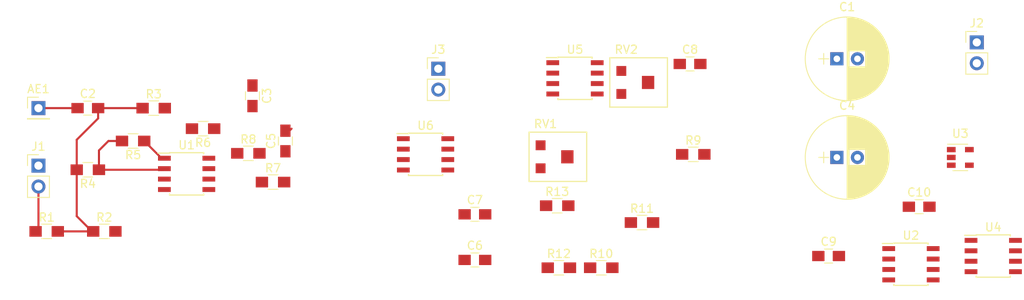
<source format=kicad_pcb>
(kicad_pcb (version 4) (host pcbnew 4.0.7)

  (general
    (links 63)
    (no_connects 54)
    (area 0 0 0 0)
    (thickness 1.6)
    (drawings 0)
    (tracks 19)
    (zones 0)
    (modules 35)
    (nets 34)
  )

  (page A4)
  (layers
    (0 F.Cu signal)
    (31 B.Cu signal)
    (32 B.Adhes user)
    (33 F.Adhes user)
    (34 B.Paste user)
    (35 F.Paste user)
    (36 B.SilkS user)
    (37 F.SilkS user)
    (38 B.Mask user)
    (39 F.Mask user)
    (40 Dwgs.User user)
    (41 Cmts.User user)
    (42 Eco1.User user)
    (43 Eco2.User user)
    (44 Edge.Cuts user)
    (45 Margin user)
    (46 B.CrtYd user)
    (47 F.CrtYd user)
    (48 B.Fab user)
    (49 F.Fab user)
  )

  (setup
    (last_trace_width 0.25)
    (trace_clearance 0.2)
    (zone_clearance 0.508)
    (zone_45_only no)
    (trace_min 0.2)
    (segment_width 0.2)
    (edge_width 0.15)
    (via_size 0.6)
    (via_drill 0.4)
    (via_min_size 0.4)
    (via_min_drill 0.3)
    (uvia_size 0.3)
    (uvia_drill 0.1)
    (uvias_allowed no)
    (uvia_min_size 0.2)
    (uvia_min_drill 0.1)
    (pcb_text_width 0.3)
    (pcb_text_size 1.5 1.5)
    (mod_edge_width 0.15)
    (mod_text_size 1 1)
    (mod_text_width 0.15)
    (pad_size 1.524 1.524)
    (pad_drill 0.762)
    (pad_to_mask_clearance 0.2)
    (aux_axis_origin 0 0)
    (visible_elements FFFFFF7F)
    (pcbplotparams
      (layerselection 0x00030_80000001)
      (usegerberextensions false)
      (excludeedgelayer true)
      (linewidth 0.100000)
      (plotframeref false)
      (viasonmask false)
      (mode 1)
      (useauxorigin false)
      (hpglpennumber 1)
      (hpglpenspeed 20)
      (hpglpendiameter 15)
      (hpglpenoverlay 2)
      (psnegative false)
      (psa4output false)
      (plotreference true)
      (plotvalue true)
      (plotinvisibletext false)
      (padsonsilk false)
      (subtractmaskfromsilk false)
      (outputformat 1)
      (mirror false)
      (drillshape 1)
      (scaleselection 1)
      (outputdirectory ""))
  )

  (net 0 "")
  (net 1 "Net-(AE1-Pad1)")
  (net 2 +12V)
  (net 3 -2V5)
  (net 4 "Net-(C2-Pad2)")
  (net 5 "Net-(C3-Pad1)")
  (net 6 GND)
  (net 7 +5V)
  (net 8 "Net-(C5-Pad1)")
  (net 9 "Net-(C6-Pad1)")
  (net 10 "Net-(C6-Pad2)")
  (net 11 "Net-(C7-Pad1)")
  (net 12 "Net-(C7-Pad2)")
  (net 13 "Net-(C8-Pad1)")
  (net 14 "Net-(C9-Pad1)")
  (net 15 "Net-(C10-Pad1)")
  (net 16 "Net-(J1-Pad2)")
  (net 17 GNDA)
  (net 18 "Net-(R4-Pad1)")
  (net 19 "Net-(R5-Pad1)")
  (net 20 "Net-(R7-Pad1)")
  (net 21 "Net-(R11-Pad2)")
  (net 22 "Net-(R10-Pad1)")
  (net 23 "Net-(R11-Pad1)")
  (net 24 "Net-(R12-Pad1)")
  (net 25 "Net-(RV1-Pad3)")
  (net 26 "Net-(RV1-Pad1)")
  (net 27 "Net-(RV2-Pad1)")
  (net 28 -5V)
  (net 29 "Net-(U3-Pad4)")
  (net 30 "Net-(U5-Pad8)")
  (net 31 "Net-(U6-Pad1)")
  (net 32 "Net-(U6-Pad5)")
  (net 33 "Net-(U6-Pad8)")

  (net_class Default "This is the default net class."
    (clearance 0.2)
    (trace_width 0.25)
    (via_dia 0.6)
    (via_drill 0.4)
    (uvia_dia 0.3)
    (uvia_drill 0.1)
    (add_net +12V)
    (add_net +5V)
    (add_net -2V5)
    (add_net -5V)
    (add_net GND)
    (add_net GNDA)
    (add_net "Net-(AE1-Pad1)")
    (add_net "Net-(C10-Pad1)")
    (add_net "Net-(C2-Pad2)")
    (add_net "Net-(C3-Pad1)")
    (add_net "Net-(C5-Pad1)")
    (add_net "Net-(C6-Pad1)")
    (add_net "Net-(C6-Pad2)")
    (add_net "Net-(C7-Pad1)")
    (add_net "Net-(C7-Pad2)")
    (add_net "Net-(C8-Pad1)")
    (add_net "Net-(C9-Pad1)")
    (add_net "Net-(J1-Pad2)")
    (add_net "Net-(R10-Pad1)")
    (add_net "Net-(R11-Pad1)")
    (add_net "Net-(R11-Pad2)")
    (add_net "Net-(R12-Pad1)")
    (add_net "Net-(R4-Pad1)")
    (add_net "Net-(R5-Pad1)")
    (add_net "Net-(R7-Pad1)")
    (add_net "Net-(RV1-Pad1)")
    (add_net "Net-(RV1-Pad3)")
    (add_net "Net-(RV2-Pad1)")
    (add_net "Net-(U3-Pad4)")
    (add_net "Net-(U5-Pad8)")
    (add_net "Net-(U6-Pad1)")
    (add_net "Net-(U6-Pad5)")
    (add_net "Net-(U6-Pad8)")
  )

  (module Capacitors_THT:CP_Radial_D10.0mm_P2.50mm (layer F.Cu) (tedit 597BC7C2) (tstamp 5AEE6B01)
    (at 228 109)
    (descr "CP, Radial series, Radial, pin pitch=2.50mm, , diameter=10mm, Electrolytic Capacitor")
    (tags "CP Radial series Radial pin pitch 2.50mm  diameter 10mm Electrolytic Capacitor")
    (path /5AEF80A8)
    (fp_text reference C1 (at 1.25 -6.31) (layer F.SilkS)
      (effects (font (size 1 1) (thickness 0.15)))
    )
    (fp_text value "220 uF" (at 1.25 6.31) (layer F.Fab)
      (effects (font (size 1 1) (thickness 0.15)))
    )
    (fp_circle (center 1.25 0) (end 6.25 0) (layer F.Fab) (width 0.1))
    (fp_circle (center 1.25 0) (end 6.34 0) (layer F.SilkS) (width 0.12))
    (fp_line (start -2.2 0) (end -1 0) (layer F.Fab) (width 0.1))
    (fp_line (start -1.6 -0.65) (end -1.6 0.65) (layer F.Fab) (width 0.1))
    (fp_line (start 1.25 -5.05) (end 1.25 5.05) (layer F.SilkS) (width 0.12))
    (fp_line (start 1.29 -5.05) (end 1.29 5.05) (layer F.SilkS) (width 0.12))
    (fp_line (start 1.33 -5.05) (end 1.33 5.05) (layer F.SilkS) (width 0.12))
    (fp_line (start 1.37 -5.049) (end 1.37 5.049) (layer F.SilkS) (width 0.12))
    (fp_line (start 1.41 -5.048) (end 1.41 5.048) (layer F.SilkS) (width 0.12))
    (fp_line (start 1.45 -5.047) (end 1.45 5.047) (layer F.SilkS) (width 0.12))
    (fp_line (start 1.49 -5.045) (end 1.49 5.045) (layer F.SilkS) (width 0.12))
    (fp_line (start 1.53 -5.043) (end 1.53 -0.98) (layer F.SilkS) (width 0.12))
    (fp_line (start 1.53 0.98) (end 1.53 5.043) (layer F.SilkS) (width 0.12))
    (fp_line (start 1.57 -5.04) (end 1.57 -0.98) (layer F.SilkS) (width 0.12))
    (fp_line (start 1.57 0.98) (end 1.57 5.04) (layer F.SilkS) (width 0.12))
    (fp_line (start 1.61 -5.038) (end 1.61 -0.98) (layer F.SilkS) (width 0.12))
    (fp_line (start 1.61 0.98) (end 1.61 5.038) (layer F.SilkS) (width 0.12))
    (fp_line (start 1.65 -5.035) (end 1.65 -0.98) (layer F.SilkS) (width 0.12))
    (fp_line (start 1.65 0.98) (end 1.65 5.035) (layer F.SilkS) (width 0.12))
    (fp_line (start 1.69 -5.031) (end 1.69 -0.98) (layer F.SilkS) (width 0.12))
    (fp_line (start 1.69 0.98) (end 1.69 5.031) (layer F.SilkS) (width 0.12))
    (fp_line (start 1.73 -5.028) (end 1.73 -0.98) (layer F.SilkS) (width 0.12))
    (fp_line (start 1.73 0.98) (end 1.73 5.028) (layer F.SilkS) (width 0.12))
    (fp_line (start 1.77 -5.024) (end 1.77 -0.98) (layer F.SilkS) (width 0.12))
    (fp_line (start 1.77 0.98) (end 1.77 5.024) (layer F.SilkS) (width 0.12))
    (fp_line (start 1.81 -5.02) (end 1.81 -0.98) (layer F.SilkS) (width 0.12))
    (fp_line (start 1.81 0.98) (end 1.81 5.02) (layer F.SilkS) (width 0.12))
    (fp_line (start 1.85 -5.015) (end 1.85 -0.98) (layer F.SilkS) (width 0.12))
    (fp_line (start 1.85 0.98) (end 1.85 5.015) (layer F.SilkS) (width 0.12))
    (fp_line (start 1.89 -5.01) (end 1.89 -0.98) (layer F.SilkS) (width 0.12))
    (fp_line (start 1.89 0.98) (end 1.89 5.01) (layer F.SilkS) (width 0.12))
    (fp_line (start 1.93 -5.005) (end 1.93 -0.98) (layer F.SilkS) (width 0.12))
    (fp_line (start 1.93 0.98) (end 1.93 5.005) (layer F.SilkS) (width 0.12))
    (fp_line (start 1.971 -4.999) (end 1.971 -0.98) (layer F.SilkS) (width 0.12))
    (fp_line (start 1.971 0.98) (end 1.971 4.999) (layer F.SilkS) (width 0.12))
    (fp_line (start 2.011 -4.993) (end 2.011 -0.98) (layer F.SilkS) (width 0.12))
    (fp_line (start 2.011 0.98) (end 2.011 4.993) (layer F.SilkS) (width 0.12))
    (fp_line (start 2.051 -4.987) (end 2.051 -0.98) (layer F.SilkS) (width 0.12))
    (fp_line (start 2.051 0.98) (end 2.051 4.987) (layer F.SilkS) (width 0.12))
    (fp_line (start 2.091 -4.981) (end 2.091 -0.98) (layer F.SilkS) (width 0.12))
    (fp_line (start 2.091 0.98) (end 2.091 4.981) (layer F.SilkS) (width 0.12))
    (fp_line (start 2.131 -4.974) (end 2.131 -0.98) (layer F.SilkS) (width 0.12))
    (fp_line (start 2.131 0.98) (end 2.131 4.974) (layer F.SilkS) (width 0.12))
    (fp_line (start 2.171 -4.967) (end 2.171 -0.98) (layer F.SilkS) (width 0.12))
    (fp_line (start 2.171 0.98) (end 2.171 4.967) (layer F.SilkS) (width 0.12))
    (fp_line (start 2.211 -4.959) (end 2.211 -0.98) (layer F.SilkS) (width 0.12))
    (fp_line (start 2.211 0.98) (end 2.211 4.959) (layer F.SilkS) (width 0.12))
    (fp_line (start 2.251 -4.951) (end 2.251 -0.98) (layer F.SilkS) (width 0.12))
    (fp_line (start 2.251 0.98) (end 2.251 4.951) (layer F.SilkS) (width 0.12))
    (fp_line (start 2.291 -4.943) (end 2.291 -0.98) (layer F.SilkS) (width 0.12))
    (fp_line (start 2.291 0.98) (end 2.291 4.943) (layer F.SilkS) (width 0.12))
    (fp_line (start 2.331 -4.935) (end 2.331 -0.98) (layer F.SilkS) (width 0.12))
    (fp_line (start 2.331 0.98) (end 2.331 4.935) (layer F.SilkS) (width 0.12))
    (fp_line (start 2.371 -4.926) (end 2.371 -0.98) (layer F.SilkS) (width 0.12))
    (fp_line (start 2.371 0.98) (end 2.371 4.926) (layer F.SilkS) (width 0.12))
    (fp_line (start 2.411 -4.917) (end 2.411 -0.98) (layer F.SilkS) (width 0.12))
    (fp_line (start 2.411 0.98) (end 2.411 4.917) (layer F.SilkS) (width 0.12))
    (fp_line (start 2.451 -4.907) (end 2.451 -0.98) (layer F.SilkS) (width 0.12))
    (fp_line (start 2.451 0.98) (end 2.451 4.907) (layer F.SilkS) (width 0.12))
    (fp_line (start 2.491 -4.897) (end 2.491 -0.98) (layer F.SilkS) (width 0.12))
    (fp_line (start 2.491 0.98) (end 2.491 4.897) (layer F.SilkS) (width 0.12))
    (fp_line (start 2.531 -4.887) (end 2.531 -0.98) (layer F.SilkS) (width 0.12))
    (fp_line (start 2.531 0.98) (end 2.531 4.887) (layer F.SilkS) (width 0.12))
    (fp_line (start 2.571 -4.876) (end 2.571 -0.98) (layer F.SilkS) (width 0.12))
    (fp_line (start 2.571 0.98) (end 2.571 4.876) (layer F.SilkS) (width 0.12))
    (fp_line (start 2.611 -4.865) (end 2.611 -0.98) (layer F.SilkS) (width 0.12))
    (fp_line (start 2.611 0.98) (end 2.611 4.865) (layer F.SilkS) (width 0.12))
    (fp_line (start 2.651 -4.854) (end 2.651 -0.98) (layer F.SilkS) (width 0.12))
    (fp_line (start 2.651 0.98) (end 2.651 4.854) (layer F.SilkS) (width 0.12))
    (fp_line (start 2.691 -4.843) (end 2.691 -0.98) (layer F.SilkS) (width 0.12))
    (fp_line (start 2.691 0.98) (end 2.691 4.843) (layer F.SilkS) (width 0.12))
    (fp_line (start 2.731 -4.831) (end 2.731 -0.98) (layer F.SilkS) (width 0.12))
    (fp_line (start 2.731 0.98) (end 2.731 4.831) (layer F.SilkS) (width 0.12))
    (fp_line (start 2.771 -4.818) (end 2.771 -0.98) (layer F.SilkS) (width 0.12))
    (fp_line (start 2.771 0.98) (end 2.771 4.818) (layer F.SilkS) (width 0.12))
    (fp_line (start 2.811 -4.806) (end 2.811 -0.98) (layer F.SilkS) (width 0.12))
    (fp_line (start 2.811 0.98) (end 2.811 4.806) (layer F.SilkS) (width 0.12))
    (fp_line (start 2.851 -4.792) (end 2.851 -0.98) (layer F.SilkS) (width 0.12))
    (fp_line (start 2.851 0.98) (end 2.851 4.792) (layer F.SilkS) (width 0.12))
    (fp_line (start 2.891 -4.779) (end 2.891 -0.98) (layer F.SilkS) (width 0.12))
    (fp_line (start 2.891 0.98) (end 2.891 4.779) (layer F.SilkS) (width 0.12))
    (fp_line (start 2.931 -4.765) (end 2.931 -0.98) (layer F.SilkS) (width 0.12))
    (fp_line (start 2.931 0.98) (end 2.931 4.765) (layer F.SilkS) (width 0.12))
    (fp_line (start 2.971 -4.751) (end 2.971 -0.98) (layer F.SilkS) (width 0.12))
    (fp_line (start 2.971 0.98) (end 2.971 4.751) (layer F.SilkS) (width 0.12))
    (fp_line (start 3.011 -4.737) (end 3.011 -0.98) (layer F.SilkS) (width 0.12))
    (fp_line (start 3.011 0.98) (end 3.011 4.737) (layer F.SilkS) (width 0.12))
    (fp_line (start 3.051 -4.722) (end 3.051 -0.98) (layer F.SilkS) (width 0.12))
    (fp_line (start 3.051 0.98) (end 3.051 4.722) (layer F.SilkS) (width 0.12))
    (fp_line (start 3.091 -4.706) (end 3.091 -0.98) (layer F.SilkS) (width 0.12))
    (fp_line (start 3.091 0.98) (end 3.091 4.706) (layer F.SilkS) (width 0.12))
    (fp_line (start 3.131 -4.691) (end 3.131 -0.98) (layer F.SilkS) (width 0.12))
    (fp_line (start 3.131 0.98) (end 3.131 4.691) (layer F.SilkS) (width 0.12))
    (fp_line (start 3.171 -4.674) (end 3.171 -0.98) (layer F.SilkS) (width 0.12))
    (fp_line (start 3.171 0.98) (end 3.171 4.674) (layer F.SilkS) (width 0.12))
    (fp_line (start 3.211 -4.658) (end 3.211 -0.98) (layer F.SilkS) (width 0.12))
    (fp_line (start 3.211 0.98) (end 3.211 4.658) (layer F.SilkS) (width 0.12))
    (fp_line (start 3.251 -4.641) (end 3.251 -0.98) (layer F.SilkS) (width 0.12))
    (fp_line (start 3.251 0.98) (end 3.251 4.641) (layer F.SilkS) (width 0.12))
    (fp_line (start 3.291 -4.624) (end 3.291 -0.98) (layer F.SilkS) (width 0.12))
    (fp_line (start 3.291 0.98) (end 3.291 4.624) (layer F.SilkS) (width 0.12))
    (fp_line (start 3.331 -4.606) (end 3.331 -0.98) (layer F.SilkS) (width 0.12))
    (fp_line (start 3.331 0.98) (end 3.331 4.606) (layer F.SilkS) (width 0.12))
    (fp_line (start 3.371 -4.588) (end 3.371 -0.98) (layer F.SilkS) (width 0.12))
    (fp_line (start 3.371 0.98) (end 3.371 4.588) (layer F.SilkS) (width 0.12))
    (fp_line (start 3.411 -4.569) (end 3.411 -0.98) (layer F.SilkS) (width 0.12))
    (fp_line (start 3.411 0.98) (end 3.411 4.569) (layer F.SilkS) (width 0.12))
    (fp_line (start 3.451 -4.55) (end 3.451 -0.98) (layer F.SilkS) (width 0.12))
    (fp_line (start 3.451 0.98) (end 3.451 4.55) (layer F.SilkS) (width 0.12))
    (fp_line (start 3.491 -4.531) (end 3.491 4.531) (layer F.SilkS) (width 0.12))
    (fp_line (start 3.531 -4.511) (end 3.531 4.511) (layer F.SilkS) (width 0.12))
    (fp_line (start 3.571 -4.491) (end 3.571 4.491) (layer F.SilkS) (width 0.12))
    (fp_line (start 3.611 -4.47) (end 3.611 4.47) (layer F.SilkS) (width 0.12))
    (fp_line (start 3.651 -4.449) (end 3.651 4.449) (layer F.SilkS) (width 0.12))
    (fp_line (start 3.691 -4.428) (end 3.691 4.428) (layer F.SilkS) (width 0.12))
    (fp_line (start 3.731 -4.405) (end 3.731 4.405) (layer F.SilkS) (width 0.12))
    (fp_line (start 3.771 -4.383) (end 3.771 4.383) (layer F.SilkS) (width 0.12))
    (fp_line (start 3.811 -4.36) (end 3.811 4.36) (layer F.SilkS) (width 0.12))
    (fp_line (start 3.851 -4.336) (end 3.851 4.336) (layer F.SilkS) (width 0.12))
    (fp_line (start 3.891 -4.312) (end 3.891 4.312) (layer F.SilkS) (width 0.12))
    (fp_line (start 3.931 -4.288) (end 3.931 4.288) (layer F.SilkS) (width 0.12))
    (fp_line (start 3.971 -4.263) (end 3.971 4.263) (layer F.SilkS) (width 0.12))
    (fp_line (start 4.011 -4.237) (end 4.011 4.237) (layer F.SilkS) (width 0.12))
    (fp_line (start 4.051 -4.211) (end 4.051 4.211) (layer F.SilkS) (width 0.12))
    (fp_line (start 4.091 -4.185) (end 4.091 4.185) (layer F.SilkS) (width 0.12))
    (fp_line (start 4.131 -4.157) (end 4.131 4.157) (layer F.SilkS) (width 0.12))
    (fp_line (start 4.171 -4.13) (end 4.171 4.13) (layer F.SilkS) (width 0.12))
    (fp_line (start 4.211 -4.101) (end 4.211 4.101) (layer F.SilkS) (width 0.12))
    (fp_line (start 4.251 -4.072) (end 4.251 4.072) (layer F.SilkS) (width 0.12))
    (fp_line (start 4.291 -4.043) (end 4.291 4.043) (layer F.SilkS) (width 0.12))
    (fp_line (start 4.331 -4.013) (end 4.331 4.013) (layer F.SilkS) (width 0.12))
    (fp_line (start 4.371 -3.982) (end 4.371 3.982) (layer F.SilkS) (width 0.12))
    (fp_line (start 4.411 -3.951) (end 4.411 3.951) (layer F.SilkS) (width 0.12))
    (fp_line (start 4.451 -3.919) (end 4.451 3.919) (layer F.SilkS) (width 0.12))
    (fp_line (start 4.491 -3.886) (end 4.491 3.886) (layer F.SilkS) (width 0.12))
    (fp_line (start 4.531 -3.853) (end 4.531 3.853) (layer F.SilkS) (width 0.12))
    (fp_line (start 4.571 -3.819) (end 4.571 3.819) (layer F.SilkS) (width 0.12))
    (fp_line (start 4.611 -3.784) (end 4.611 3.784) (layer F.SilkS) (width 0.12))
    (fp_line (start 4.651 -3.748) (end 4.651 3.748) (layer F.SilkS) (width 0.12))
    (fp_line (start 4.691 -3.712) (end 4.691 3.712) (layer F.SilkS) (width 0.12))
    (fp_line (start 4.731 -3.675) (end 4.731 3.675) (layer F.SilkS) (width 0.12))
    (fp_line (start 4.771 -3.637) (end 4.771 3.637) (layer F.SilkS) (width 0.12))
    (fp_line (start 4.811 -3.598) (end 4.811 3.598) (layer F.SilkS) (width 0.12))
    (fp_line (start 4.851 -3.559) (end 4.851 3.559) (layer F.SilkS) (width 0.12))
    (fp_line (start 4.891 -3.518) (end 4.891 3.518) (layer F.SilkS) (width 0.12))
    (fp_line (start 4.931 -3.477) (end 4.931 3.477) (layer F.SilkS) (width 0.12))
    (fp_line (start 4.971 -3.435) (end 4.971 3.435) (layer F.SilkS) (width 0.12))
    (fp_line (start 5.011 -3.391) (end 5.011 3.391) (layer F.SilkS) (width 0.12))
    (fp_line (start 5.051 -3.347) (end 5.051 3.347) (layer F.SilkS) (width 0.12))
    (fp_line (start 5.091 -3.302) (end 5.091 3.302) (layer F.SilkS) (width 0.12))
    (fp_line (start 5.131 -3.255) (end 5.131 3.255) (layer F.SilkS) (width 0.12))
    (fp_line (start 5.171 -3.207) (end 5.171 3.207) (layer F.SilkS) (width 0.12))
    (fp_line (start 5.211 -3.158) (end 5.211 3.158) (layer F.SilkS) (width 0.12))
    (fp_line (start 5.251 -3.108) (end 5.251 3.108) (layer F.SilkS) (width 0.12))
    (fp_line (start 5.291 -3.057) (end 5.291 3.057) (layer F.SilkS) (width 0.12))
    (fp_line (start 5.331 -3.004) (end 5.331 3.004) (layer F.SilkS) (width 0.12))
    (fp_line (start 5.371 -2.949) (end 5.371 2.949) (layer F.SilkS) (width 0.12))
    (fp_line (start 5.411 -2.894) (end 5.411 2.894) (layer F.SilkS) (width 0.12))
    (fp_line (start 5.451 -2.836) (end 5.451 2.836) (layer F.SilkS) (width 0.12))
    (fp_line (start 5.491 -2.777) (end 5.491 2.777) (layer F.SilkS) (width 0.12))
    (fp_line (start 5.531 -2.715) (end 5.531 2.715) (layer F.SilkS) (width 0.12))
    (fp_line (start 5.571 -2.652) (end 5.571 2.652) (layer F.SilkS) (width 0.12))
    (fp_line (start 5.611 -2.587) (end 5.611 2.587) (layer F.SilkS) (width 0.12))
    (fp_line (start 5.651 -2.519) (end 5.651 2.519) (layer F.SilkS) (width 0.12))
    (fp_line (start 5.691 -2.449) (end 5.691 2.449) (layer F.SilkS) (width 0.12))
    (fp_line (start 5.731 -2.377) (end 5.731 2.377) (layer F.SilkS) (width 0.12))
    (fp_line (start 5.771 -2.301) (end 5.771 2.301) (layer F.SilkS) (width 0.12))
    (fp_line (start 5.811 -2.222) (end 5.811 2.222) (layer F.SilkS) (width 0.12))
    (fp_line (start 5.851 -2.14) (end 5.851 2.14) (layer F.SilkS) (width 0.12))
    (fp_line (start 5.891 -2.053) (end 5.891 2.053) (layer F.SilkS) (width 0.12))
    (fp_line (start 5.931 -1.962) (end 5.931 1.962) (layer F.SilkS) (width 0.12))
    (fp_line (start 5.971 -1.866) (end 5.971 1.866) (layer F.SilkS) (width 0.12))
    (fp_line (start 6.011 -1.763) (end 6.011 1.763) (layer F.SilkS) (width 0.12))
    (fp_line (start 6.051 -1.654) (end 6.051 1.654) (layer F.SilkS) (width 0.12))
    (fp_line (start 6.091 -1.536) (end 6.091 1.536) (layer F.SilkS) (width 0.12))
    (fp_line (start 6.131 -1.407) (end 6.131 1.407) (layer F.SilkS) (width 0.12))
    (fp_line (start 6.171 -1.265) (end 6.171 1.265) (layer F.SilkS) (width 0.12))
    (fp_line (start 6.211 -1.104) (end 6.211 1.104) (layer F.SilkS) (width 0.12))
    (fp_line (start 6.251 -0.913) (end 6.251 0.913) (layer F.SilkS) (width 0.12))
    (fp_line (start 6.291 -0.672) (end 6.291 0.672) (layer F.SilkS) (width 0.12))
    (fp_line (start 6.331 -0.279) (end 6.331 0.279) (layer F.SilkS) (width 0.12))
    (fp_line (start -2.2 0) (end -1 0) (layer F.SilkS) (width 0.12))
    (fp_line (start -1.6 -0.65) (end -1.6 0.65) (layer F.SilkS) (width 0.12))
    (fp_line (start -4.1 -5.35) (end -4.1 5.35) (layer F.CrtYd) (width 0.05))
    (fp_line (start -4.1 5.35) (end 6.6 5.35) (layer F.CrtYd) (width 0.05))
    (fp_line (start 6.6 5.35) (end 6.6 -5.35) (layer F.CrtYd) (width 0.05))
    (fp_line (start 6.6 -5.35) (end -4.1 -5.35) (layer F.CrtYd) (width 0.05))
    (fp_text user %R (at 1.25 0) (layer F.Fab)
      (effects (font (size 1 1) (thickness 0.15)))
    )
    (pad 1 thru_hole rect (at 0 0) (size 1.6 1.6) (drill 0.8) (layers *.Cu *.Mask)
      (net 2 +12V))
    (pad 2 thru_hole circle (at 2.5 0) (size 1.6 1.6) (drill 0.8) (layers *.Cu *.Mask)
      (net 3 -2V5))
    (model ${KISYS3DMOD}/Capacitors_THT.3dshapes/CP_Radial_D10.0mm_P2.50mm.wrl
      (at (xyz 0 0 0))
      (scale (xyz 1 1 1))
      (rotate (xyz 0 0 0))
    )
  )

  (module Capacitors_SMD:C_0805_HandSoldering (layer F.Cu) (tedit 58AA84A8) (tstamp 5AEE6B07)
    (at 137 115)
    (descr "Capacitor SMD 0805, hand soldering")
    (tags "capacitor 0805")
    (path /5AEE3123)
    (attr smd)
    (fp_text reference C2 (at 0 -1.75) (layer F.SilkS)
      (effects (font (size 1 1) (thickness 0.15)))
    )
    (fp_text value "680 nF" (at 0 1.75) (layer F.Fab)
      (effects (font (size 1 1) (thickness 0.15)))
    )
    (fp_text user %R (at 0 -1.75) (layer F.Fab)
      (effects (font (size 1 1) (thickness 0.15)))
    )
    (fp_line (start -1 0.62) (end -1 -0.62) (layer F.Fab) (width 0.1))
    (fp_line (start 1 0.62) (end -1 0.62) (layer F.Fab) (width 0.1))
    (fp_line (start 1 -0.62) (end 1 0.62) (layer F.Fab) (width 0.1))
    (fp_line (start -1 -0.62) (end 1 -0.62) (layer F.Fab) (width 0.1))
    (fp_line (start 0.5 -0.85) (end -0.5 -0.85) (layer F.SilkS) (width 0.12))
    (fp_line (start -0.5 0.85) (end 0.5 0.85) (layer F.SilkS) (width 0.12))
    (fp_line (start -2.25 -0.88) (end 2.25 -0.88) (layer F.CrtYd) (width 0.05))
    (fp_line (start -2.25 -0.88) (end -2.25 0.87) (layer F.CrtYd) (width 0.05))
    (fp_line (start 2.25 0.87) (end 2.25 -0.88) (layer F.CrtYd) (width 0.05))
    (fp_line (start 2.25 0.87) (end -2.25 0.87) (layer F.CrtYd) (width 0.05))
    (pad 1 smd rect (at -1.25 0) (size 1.5 1.25) (layers F.Cu F.Paste F.Mask)
      (net 1 "Net-(AE1-Pad1)"))
    (pad 2 smd rect (at 1.25 0) (size 1.5 1.25) (layers F.Cu F.Paste F.Mask)
      (net 4 "Net-(C2-Pad2)"))
    (model Capacitors_SMD.3dshapes/C_0805.wrl
      (at (xyz 0 0 0))
      (scale (xyz 1 1 1))
      (rotate (xyz 0 0 0))
    )
  )

  (module Capacitors_SMD:C_0805_HandSoldering (layer F.Cu) (tedit 58AA84A8) (tstamp 5AEE6B0D)
    (at 157 113.5 270)
    (descr "Capacitor SMD 0805, hand soldering")
    (tags "capacitor 0805")
    (path /5AEE76C7)
    (attr smd)
    (fp_text reference C3 (at 0 -1.75 270) (layer F.SilkS)
      (effects (font (size 1 1) (thickness 0.15)))
    )
    (fp_text value "6.8 nF" (at 0 1.75 270) (layer F.Fab)
      (effects (font (size 1 1) (thickness 0.15)))
    )
    (fp_text user %R (at 0 -1.75 270) (layer F.Fab)
      (effects (font (size 1 1) (thickness 0.15)))
    )
    (fp_line (start -1 0.62) (end -1 -0.62) (layer F.Fab) (width 0.1))
    (fp_line (start 1 0.62) (end -1 0.62) (layer F.Fab) (width 0.1))
    (fp_line (start 1 -0.62) (end 1 0.62) (layer F.Fab) (width 0.1))
    (fp_line (start -1 -0.62) (end 1 -0.62) (layer F.Fab) (width 0.1))
    (fp_line (start 0.5 -0.85) (end -0.5 -0.85) (layer F.SilkS) (width 0.12))
    (fp_line (start -0.5 0.85) (end 0.5 0.85) (layer F.SilkS) (width 0.12))
    (fp_line (start -2.25 -0.88) (end 2.25 -0.88) (layer F.CrtYd) (width 0.05))
    (fp_line (start -2.25 -0.88) (end -2.25 0.87) (layer F.CrtYd) (width 0.05))
    (fp_line (start 2.25 0.87) (end 2.25 -0.88) (layer F.CrtYd) (width 0.05))
    (fp_line (start 2.25 0.87) (end -2.25 0.87) (layer F.CrtYd) (width 0.05))
    (pad 1 smd rect (at -1.25 0 270) (size 1.5 1.25) (layers F.Cu F.Paste F.Mask)
      (net 5 "Net-(C3-Pad1)"))
    (pad 2 smd rect (at 1.25 0 270) (size 1.5 1.25) (layers F.Cu F.Paste F.Mask)
      (net 6 GND))
    (model Capacitors_SMD.3dshapes/C_0805.wrl
      (at (xyz 0 0 0))
      (scale (xyz 1 1 1))
      (rotate (xyz 0 0 0))
    )
  )

  (module Capacitors_THT:CP_Radial_D10.0mm_P2.50mm (layer F.Cu) (tedit 597BC7C2) (tstamp 5AEE6B13)
    (at 228 121)
    (descr "CP, Radial series, Radial, pin pitch=2.50mm, , diameter=10mm, Electrolytic Capacitor")
    (tags "CP Radial series Radial pin pitch 2.50mm  diameter 10mm Electrolytic Capacitor")
    (path /5AEF72CB)
    (fp_text reference C4 (at 1.25 -6.31) (layer F.SilkS)
      (effects (font (size 1 1) (thickness 0.15)))
    )
    (fp_text value "220 uF" (at 1.25 6.31) (layer F.Fab)
      (effects (font (size 1 1) (thickness 0.15)))
    )
    (fp_circle (center 1.25 0) (end 6.25 0) (layer F.Fab) (width 0.1))
    (fp_circle (center 1.25 0) (end 6.34 0) (layer F.SilkS) (width 0.12))
    (fp_line (start -2.2 0) (end -1 0) (layer F.Fab) (width 0.1))
    (fp_line (start -1.6 -0.65) (end -1.6 0.65) (layer F.Fab) (width 0.1))
    (fp_line (start 1.25 -5.05) (end 1.25 5.05) (layer F.SilkS) (width 0.12))
    (fp_line (start 1.29 -5.05) (end 1.29 5.05) (layer F.SilkS) (width 0.12))
    (fp_line (start 1.33 -5.05) (end 1.33 5.05) (layer F.SilkS) (width 0.12))
    (fp_line (start 1.37 -5.049) (end 1.37 5.049) (layer F.SilkS) (width 0.12))
    (fp_line (start 1.41 -5.048) (end 1.41 5.048) (layer F.SilkS) (width 0.12))
    (fp_line (start 1.45 -5.047) (end 1.45 5.047) (layer F.SilkS) (width 0.12))
    (fp_line (start 1.49 -5.045) (end 1.49 5.045) (layer F.SilkS) (width 0.12))
    (fp_line (start 1.53 -5.043) (end 1.53 -0.98) (layer F.SilkS) (width 0.12))
    (fp_line (start 1.53 0.98) (end 1.53 5.043) (layer F.SilkS) (width 0.12))
    (fp_line (start 1.57 -5.04) (end 1.57 -0.98) (layer F.SilkS) (width 0.12))
    (fp_line (start 1.57 0.98) (end 1.57 5.04) (layer F.SilkS) (width 0.12))
    (fp_line (start 1.61 -5.038) (end 1.61 -0.98) (layer F.SilkS) (width 0.12))
    (fp_line (start 1.61 0.98) (end 1.61 5.038) (layer F.SilkS) (width 0.12))
    (fp_line (start 1.65 -5.035) (end 1.65 -0.98) (layer F.SilkS) (width 0.12))
    (fp_line (start 1.65 0.98) (end 1.65 5.035) (layer F.SilkS) (width 0.12))
    (fp_line (start 1.69 -5.031) (end 1.69 -0.98) (layer F.SilkS) (width 0.12))
    (fp_line (start 1.69 0.98) (end 1.69 5.031) (layer F.SilkS) (width 0.12))
    (fp_line (start 1.73 -5.028) (end 1.73 -0.98) (layer F.SilkS) (width 0.12))
    (fp_line (start 1.73 0.98) (end 1.73 5.028) (layer F.SilkS) (width 0.12))
    (fp_line (start 1.77 -5.024) (end 1.77 -0.98) (layer F.SilkS) (width 0.12))
    (fp_line (start 1.77 0.98) (end 1.77 5.024) (layer F.SilkS) (width 0.12))
    (fp_line (start 1.81 -5.02) (end 1.81 -0.98) (layer F.SilkS) (width 0.12))
    (fp_line (start 1.81 0.98) (end 1.81 5.02) (layer F.SilkS) (width 0.12))
    (fp_line (start 1.85 -5.015) (end 1.85 -0.98) (layer F.SilkS) (width 0.12))
    (fp_line (start 1.85 0.98) (end 1.85 5.015) (layer F.SilkS) (width 0.12))
    (fp_line (start 1.89 -5.01) (end 1.89 -0.98) (layer F.SilkS) (width 0.12))
    (fp_line (start 1.89 0.98) (end 1.89 5.01) (layer F.SilkS) (width 0.12))
    (fp_line (start 1.93 -5.005) (end 1.93 -0.98) (layer F.SilkS) (width 0.12))
    (fp_line (start 1.93 0.98) (end 1.93 5.005) (layer F.SilkS) (width 0.12))
    (fp_line (start 1.971 -4.999) (end 1.971 -0.98) (layer F.SilkS) (width 0.12))
    (fp_line (start 1.971 0.98) (end 1.971 4.999) (layer F.SilkS) (width 0.12))
    (fp_line (start 2.011 -4.993) (end 2.011 -0.98) (layer F.SilkS) (width 0.12))
    (fp_line (start 2.011 0.98) (end 2.011 4.993) (layer F.SilkS) (width 0.12))
    (fp_line (start 2.051 -4.987) (end 2.051 -0.98) (layer F.SilkS) (width 0.12))
    (fp_line (start 2.051 0.98) (end 2.051 4.987) (layer F.SilkS) (width 0.12))
    (fp_line (start 2.091 -4.981) (end 2.091 -0.98) (layer F.SilkS) (width 0.12))
    (fp_line (start 2.091 0.98) (end 2.091 4.981) (layer F.SilkS) (width 0.12))
    (fp_line (start 2.131 -4.974) (end 2.131 -0.98) (layer F.SilkS) (width 0.12))
    (fp_line (start 2.131 0.98) (end 2.131 4.974) (layer F.SilkS) (width 0.12))
    (fp_line (start 2.171 -4.967) (end 2.171 -0.98) (layer F.SilkS) (width 0.12))
    (fp_line (start 2.171 0.98) (end 2.171 4.967) (layer F.SilkS) (width 0.12))
    (fp_line (start 2.211 -4.959) (end 2.211 -0.98) (layer F.SilkS) (width 0.12))
    (fp_line (start 2.211 0.98) (end 2.211 4.959) (layer F.SilkS) (width 0.12))
    (fp_line (start 2.251 -4.951) (end 2.251 -0.98) (layer F.SilkS) (width 0.12))
    (fp_line (start 2.251 0.98) (end 2.251 4.951) (layer F.SilkS) (width 0.12))
    (fp_line (start 2.291 -4.943) (end 2.291 -0.98) (layer F.SilkS) (width 0.12))
    (fp_line (start 2.291 0.98) (end 2.291 4.943) (layer F.SilkS) (width 0.12))
    (fp_line (start 2.331 -4.935) (end 2.331 -0.98) (layer F.SilkS) (width 0.12))
    (fp_line (start 2.331 0.98) (end 2.331 4.935) (layer F.SilkS) (width 0.12))
    (fp_line (start 2.371 -4.926) (end 2.371 -0.98) (layer F.SilkS) (width 0.12))
    (fp_line (start 2.371 0.98) (end 2.371 4.926) (layer F.SilkS) (width 0.12))
    (fp_line (start 2.411 -4.917) (end 2.411 -0.98) (layer F.SilkS) (width 0.12))
    (fp_line (start 2.411 0.98) (end 2.411 4.917) (layer F.SilkS) (width 0.12))
    (fp_line (start 2.451 -4.907) (end 2.451 -0.98) (layer F.SilkS) (width 0.12))
    (fp_line (start 2.451 0.98) (end 2.451 4.907) (layer F.SilkS) (width 0.12))
    (fp_line (start 2.491 -4.897) (end 2.491 -0.98) (layer F.SilkS) (width 0.12))
    (fp_line (start 2.491 0.98) (end 2.491 4.897) (layer F.SilkS) (width 0.12))
    (fp_line (start 2.531 -4.887) (end 2.531 -0.98) (layer F.SilkS) (width 0.12))
    (fp_line (start 2.531 0.98) (end 2.531 4.887) (layer F.SilkS) (width 0.12))
    (fp_line (start 2.571 -4.876) (end 2.571 -0.98) (layer F.SilkS) (width 0.12))
    (fp_line (start 2.571 0.98) (end 2.571 4.876) (layer F.SilkS) (width 0.12))
    (fp_line (start 2.611 -4.865) (end 2.611 -0.98) (layer F.SilkS) (width 0.12))
    (fp_line (start 2.611 0.98) (end 2.611 4.865) (layer F.SilkS) (width 0.12))
    (fp_line (start 2.651 -4.854) (end 2.651 -0.98) (layer F.SilkS) (width 0.12))
    (fp_line (start 2.651 0.98) (end 2.651 4.854) (layer F.SilkS) (width 0.12))
    (fp_line (start 2.691 -4.843) (end 2.691 -0.98) (layer F.SilkS) (width 0.12))
    (fp_line (start 2.691 0.98) (end 2.691 4.843) (layer F.SilkS) (width 0.12))
    (fp_line (start 2.731 -4.831) (end 2.731 -0.98) (layer F.SilkS) (width 0.12))
    (fp_line (start 2.731 0.98) (end 2.731 4.831) (layer F.SilkS) (width 0.12))
    (fp_line (start 2.771 -4.818) (end 2.771 -0.98) (layer F.SilkS) (width 0.12))
    (fp_line (start 2.771 0.98) (end 2.771 4.818) (layer F.SilkS) (width 0.12))
    (fp_line (start 2.811 -4.806) (end 2.811 -0.98) (layer F.SilkS) (width 0.12))
    (fp_line (start 2.811 0.98) (end 2.811 4.806) (layer F.SilkS) (width 0.12))
    (fp_line (start 2.851 -4.792) (end 2.851 -0.98) (layer F.SilkS) (width 0.12))
    (fp_line (start 2.851 0.98) (end 2.851 4.792) (layer F.SilkS) (width 0.12))
    (fp_line (start 2.891 -4.779) (end 2.891 -0.98) (layer F.SilkS) (width 0.12))
    (fp_line (start 2.891 0.98) (end 2.891 4.779) (layer F.SilkS) (width 0.12))
    (fp_line (start 2.931 -4.765) (end 2.931 -0.98) (layer F.SilkS) (width 0.12))
    (fp_line (start 2.931 0.98) (end 2.931 4.765) (layer F.SilkS) (width 0.12))
    (fp_line (start 2.971 -4.751) (end 2.971 -0.98) (layer F.SilkS) (width 0.12))
    (fp_line (start 2.971 0.98) (end 2.971 4.751) (layer F.SilkS) (width 0.12))
    (fp_line (start 3.011 -4.737) (end 3.011 -0.98) (layer F.SilkS) (width 0.12))
    (fp_line (start 3.011 0.98) (end 3.011 4.737) (layer F.SilkS) (width 0.12))
    (fp_line (start 3.051 -4.722) (end 3.051 -0.98) (layer F.SilkS) (width 0.12))
    (fp_line (start 3.051 0.98) (end 3.051 4.722) (layer F.SilkS) (width 0.12))
    (fp_line (start 3.091 -4.706) (end 3.091 -0.98) (layer F.SilkS) (width 0.12))
    (fp_line (start 3.091 0.98) (end 3.091 4.706) (layer F.SilkS) (width 0.12))
    (fp_line (start 3.131 -4.691) (end 3.131 -0.98) (layer F.SilkS) (width 0.12))
    (fp_line (start 3.131 0.98) (end 3.131 4.691) (layer F.SilkS) (width 0.12))
    (fp_line (start 3.171 -4.674) (end 3.171 -0.98) (layer F.SilkS) (width 0.12))
    (fp_line (start 3.171 0.98) (end 3.171 4.674) (layer F.SilkS) (width 0.12))
    (fp_line (start 3.211 -4.658) (end 3.211 -0.98) (layer F.SilkS) (width 0.12))
    (fp_line (start 3.211 0.98) (end 3.211 4.658) (layer F.SilkS) (width 0.12))
    (fp_line (start 3.251 -4.641) (end 3.251 -0.98) (layer F.SilkS) (width 0.12))
    (fp_line (start 3.251 0.98) (end 3.251 4.641) (layer F.SilkS) (width 0.12))
    (fp_line (start 3.291 -4.624) (end 3.291 -0.98) (layer F.SilkS) (width 0.12))
    (fp_line (start 3.291 0.98) (end 3.291 4.624) (layer F.SilkS) (width 0.12))
    (fp_line (start 3.331 -4.606) (end 3.331 -0.98) (layer F.SilkS) (width 0.12))
    (fp_line (start 3.331 0.98) (end 3.331 4.606) (layer F.SilkS) (width 0.12))
    (fp_line (start 3.371 -4.588) (end 3.371 -0.98) (layer F.SilkS) (width 0.12))
    (fp_line (start 3.371 0.98) (end 3.371 4.588) (layer F.SilkS) (width 0.12))
    (fp_line (start 3.411 -4.569) (end 3.411 -0.98) (layer F.SilkS) (width 0.12))
    (fp_line (start 3.411 0.98) (end 3.411 4.569) (layer F.SilkS) (width 0.12))
    (fp_line (start 3.451 -4.55) (end 3.451 -0.98) (layer F.SilkS) (width 0.12))
    (fp_line (start 3.451 0.98) (end 3.451 4.55) (layer F.SilkS) (width 0.12))
    (fp_line (start 3.491 -4.531) (end 3.491 4.531) (layer F.SilkS) (width 0.12))
    (fp_line (start 3.531 -4.511) (end 3.531 4.511) (layer F.SilkS) (width 0.12))
    (fp_line (start 3.571 -4.491) (end 3.571 4.491) (layer F.SilkS) (width 0.12))
    (fp_line (start 3.611 -4.47) (end 3.611 4.47) (layer F.SilkS) (width 0.12))
    (fp_line (start 3.651 -4.449) (end 3.651 4.449) (layer F.SilkS) (width 0.12))
    (fp_line (start 3.691 -4.428) (end 3.691 4.428) (layer F.SilkS) (width 0.12))
    (fp_line (start 3.731 -4.405) (end 3.731 4.405) (layer F.SilkS) (width 0.12))
    (fp_line (start 3.771 -4.383) (end 3.771 4.383) (layer F.SilkS) (width 0.12))
    (fp_line (start 3.811 -4.36) (end 3.811 4.36) (layer F.SilkS) (width 0.12))
    (fp_line (start 3.851 -4.336) (end 3.851 4.336) (layer F.SilkS) (width 0.12))
    (fp_line (start 3.891 -4.312) (end 3.891 4.312) (layer F.SilkS) (width 0.12))
    (fp_line (start 3.931 -4.288) (end 3.931 4.288) (layer F.SilkS) (width 0.12))
    (fp_line (start 3.971 -4.263) (end 3.971 4.263) (layer F.SilkS) (width 0.12))
    (fp_line (start 4.011 -4.237) (end 4.011 4.237) (layer F.SilkS) (width 0.12))
    (fp_line (start 4.051 -4.211) (end 4.051 4.211) (layer F.SilkS) (width 0.12))
    (fp_line (start 4.091 -4.185) (end 4.091 4.185) (layer F.SilkS) (width 0.12))
    (fp_line (start 4.131 -4.157) (end 4.131 4.157) (layer F.SilkS) (width 0.12))
    (fp_line (start 4.171 -4.13) (end 4.171 4.13) (layer F.SilkS) (width 0.12))
    (fp_line (start 4.211 -4.101) (end 4.211 4.101) (layer F.SilkS) (width 0.12))
    (fp_line (start 4.251 -4.072) (end 4.251 4.072) (layer F.SilkS) (width 0.12))
    (fp_line (start 4.291 -4.043) (end 4.291 4.043) (layer F.SilkS) (width 0.12))
    (fp_line (start 4.331 -4.013) (end 4.331 4.013) (layer F.SilkS) (width 0.12))
    (fp_line (start 4.371 -3.982) (end 4.371 3.982) (layer F.SilkS) (width 0.12))
    (fp_line (start 4.411 -3.951) (end 4.411 3.951) (layer F.SilkS) (width 0.12))
    (fp_line (start 4.451 -3.919) (end 4.451 3.919) (layer F.SilkS) (width 0.12))
    (fp_line (start 4.491 -3.886) (end 4.491 3.886) (layer F.SilkS) (width 0.12))
    (fp_line (start 4.531 -3.853) (end 4.531 3.853) (layer F.SilkS) (width 0.12))
    (fp_line (start 4.571 -3.819) (end 4.571 3.819) (layer F.SilkS) (width 0.12))
    (fp_line (start 4.611 -3.784) (end 4.611 3.784) (layer F.SilkS) (width 0.12))
    (fp_line (start 4.651 -3.748) (end 4.651 3.748) (layer F.SilkS) (width 0.12))
    (fp_line (start 4.691 -3.712) (end 4.691 3.712) (layer F.SilkS) (width 0.12))
    (fp_line (start 4.731 -3.675) (end 4.731 3.675) (layer F.SilkS) (width 0.12))
    (fp_line (start 4.771 -3.637) (end 4.771 3.637) (layer F.SilkS) (width 0.12))
    (fp_line (start 4.811 -3.598) (end 4.811 3.598) (layer F.SilkS) (width 0.12))
    (fp_line (start 4.851 -3.559) (end 4.851 3.559) (layer F.SilkS) (width 0.12))
    (fp_line (start 4.891 -3.518) (end 4.891 3.518) (layer F.SilkS) (width 0.12))
    (fp_line (start 4.931 -3.477) (end 4.931 3.477) (layer F.SilkS) (width 0.12))
    (fp_line (start 4.971 -3.435) (end 4.971 3.435) (layer F.SilkS) (width 0.12))
    (fp_line (start 5.011 -3.391) (end 5.011 3.391) (layer F.SilkS) (width 0.12))
    (fp_line (start 5.051 -3.347) (end 5.051 3.347) (layer F.SilkS) (width 0.12))
    (fp_line (start 5.091 -3.302) (end 5.091 3.302) (layer F.SilkS) (width 0.12))
    (fp_line (start 5.131 -3.255) (end 5.131 3.255) (layer F.SilkS) (width 0.12))
    (fp_line (start 5.171 -3.207) (end 5.171 3.207) (layer F.SilkS) (width 0.12))
    (fp_line (start 5.211 -3.158) (end 5.211 3.158) (layer F.SilkS) (width 0.12))
    (fp_line (start 5.251 -3.108) (end 5.251 3.108) (layer F.SilkS) (width 0.12))
    (fp_line (start 5.291 -3.057) (end 5.291 3.057) (layer F.SilkS) (width 0.12))
    (fp_line (start 5.331 -3.004) (end 5.331 3.004) (layer F.SilkS) (width 0.12))
    (fp_line (start 5.371 -2.949) (end 5.371 2.949) (layer F.SilkS) (width 0.12))
    (fp_line (start 5.411 -2.894) (end 5.411 2.894) (layer F.SilkS) (width 0.12))
    (fp_line (start 5.451 -2.836) (end 5.451 2.836) (layer F.SilkS) (width 0.12))
    (fp_line (start 5.491 -2.777) (end 5.491 2.777) (layer F.SilkS) (width 0.12))
    (fp_line (start 5.531 -2.715) (end 5.531 2.715) (layer F.SilkS) (width 0.12))
    (fp_line (start 5.571 -2.652) (end 5.571 2.652) (layer F.SilkS) (width 0.12))
    (fp_line (start 5.611 -2.587) (end 5.611 2.587) (layer F.SilkS) (width 0.12))
    (fp_line (start 5.651 -2.519) (end 5.651 2.519) (layer F.SilkS) (width 0.12))
    (fp_line (start 5.691 -2.449) (end 5.691 2.449) (layer F.SilkS) (width 0.12))
    (fp_line (start 5.731 -2.377) (end 5.731 2.377) (layer F.SilkS) (width 0.12))
    (fp_line (start 5.771 -2.301) (end 5.771 2.301) (layer F.SilkS) (width 0.12))
    (fp_line (start 5.811 -2.222) (end 5.811 2.222) (layer F.SilkS) (width 0.12))
    (fp_line (start 5.851 -2.14) (end 5.851 2.14) (layer F.SilkS) (width 0.12))
    (fp_line (start 5.891 -2.053) (end 5.891 2.053) (layer F.SilkS) (width 0.12))
    (fp_line (start 5.931 -1.962) (end 5.931 1.962) (layer F.SilkS) (width 0.12))
    (fp_line (start 5.971 -1.866) (end 5.971 1.866) (layer F.SilkS) (width 0.12))
    (fp_line (start 6.011 -1.763) (end 6.011 1.763) (layer F.SilkS) (width 0.12))
    (fp_line (start 6.051 -1.654) (end 6.051 1.654) (layer F.SilkS) (width 0.12))
    (fp_line (start 6.091 -1.536) (end 6.091 1.536) (layer F.SilkS) (width 0.12))
    (fp_line (start 6.131 -1.407) (end 6.131 1.407) (layer F.SilkS) (width 0.12))
    (fp_line (start 6.171 -1.265) (end 6.171 1.265) (layer F.SilkS) (width 0.12))
    (fp_line (start 6.211 -1.104) (end 6.211 1.104) (layer F.SilkS) (width 0.12))
    (fp_line (start 6.251 -0.913) (end 6.251 0.913) (layer F.SilkS) (width 0.12))
    (fp_line (start 6.291 -0.672) (end 6.291 0.672) (layer F.SilkS) (width 0.12))
    (fp_line (start 6.331 -0.279) (end 6.331 0.279) (layer F.SilkS) (width 0.12))
    (fp_line (start -2.2 0) (end -1 0) (layer F.SilkS) (width 0.12))
    (fp_line (start -1.6 -0.65) (end -1.6 0.65) (layer F.SilkS) (width 0.12))
    (fp_line (start -4.1 -5.35) (end -4.1 5.35) (layer F.CrtYd) (width 0.05))
    (fp_line (start -4.1 5.35) (end 6.6 5.35) (layer F.CrtYd) (width 0.05))
    (fp_line (start 6.6 5.35) (end 6.6 -5.35) (layer F.CrtYd) (width 0.05))
    (fp_line (start 6.6 -5.35) (end -4.1 -5.35) (layer F.CrtYd) (width 0.05))
    (fp_text user %R (at 1.25 0) (layer F.Fab)
      (effects (font (size 1 1) (thickness 0.15)))
    )
    (pad 1 thru_hole rect (at 0 0) (size 1.6 1.6) (drill 0.8) (layers *.Cu *.Mask)
      (net 7 +5V))
    (pad 2 thru_hole circle (at 2.5 0) (size 1.6 1.6) (drill 0.8) (layers *.Cu *.Mask)
      (net 3 -2V5))
    (model ${KISYS3DMOD}/Capacitors_THT.3dshapes/CP_Radial_D10.0mm_P2.50mm.wrl
      (at (xyz 0 0 0))
      (scale (xyz 1 1 1))
      (rotate (xyz 0 0 0))
    )
  )

  (module Capacitors_SMD:C_0805_HandSoldering (layer F.Cu) (tedit 58AA84A8) (tstamp 5AEE6B19)
    (at 161 119 90)
    (descr "Capacitor SMD 0805, hand soldering")
    (tags "capacitor 0805")
    (path /5AEE4D4F)
    (attr smd)
    (fp_text reference C5 (at 0 -1.75 90) (layer F.SilkS)
      (effects (font (size 1 1) (thickness 0.15)))
    )
    (fp_text value "1 uF" (at 0 1.75 90) (layer F.Fab)
      (effects (font (size 1 1) (thickness 0.15)))
    )
    (fp_text user %R (at 0 -1.75 90) (layer F.Fab)
      (effects (font (size 1 1) (thickness 0.15)))
    )
    (fp_line (start -1 0.62) (end -1 -0.62) (layer F.Fab) (width 0.1))
    (fp_line (start 1 0.62) (end -1 0.62) (layer F.Fab) (width 0.1))
    (fp_line (start 1 -0.62) (end 1 0.62) (layer F.Fab) (width 0.1))
    (fp_line (start -1 -0.62) (end 1 -0.62) (layer F.Fab) (width 0.1))
    (fp_line (start 0.5 -0.85) (end -0.5 -0.85) (layer F.SilkS) (width 0.12))
    (fp_line (start -0.5 0.85) (end 0.5 0.85) (layer F.SilkS) (width 0.12))
    (fp_line (start -2.25 -0.88) (end 2.25 -0.88) (layer F.CrtYd) (width 0.05))
    (fp_line (start -2.25 -0.88) (end -2.25 0.87) (layer F.CrtYd) (width 0.05))
    (fp_line (start 2.25 0.87) (end 2.25 -0.88) (layer F.CrtYd) (width 0.05))
    (fp_line (start 2.25 0.87) (end -2.25 0.87) (layer F.CrtYd) (width 0.05))
    (pad 1 smd rect (at -1.25 0 90) (size 1.5 1.25) (layers F.Cu F.Paste F.Mask)
      (net 8 "Net-(C5-Pad1)"))
    (pad 2 smd rect (at 1.25 0 90) (size 1.5 1.25) (layers F.Cu F.Paste F.Mask)
      (net 5 "Net-(C3-Pad1)"))
    (model Capacitors_SMD.3dshapes/C_0805.wrl
      (at (xyz 0 0 0))
      (scale (xyz 1 1 1))
      (rotate (xyz 0 0 0))
    )
  )

  (module Capacitors_SMD:C_0805_HandSoldering (layer F.Cu) (tedit 58AA84A8) (tstamp 5AEE6B1F)
    (at 184.025001 133.475)
    (descr "Capacitor SMD 0805, hand soldering")
    (tags "capacitor 0805")
    (path /5AEE4A53)
    (attr smd)
    (fp_text reference C6 (at 0 -1.75) (layer F.SilkS)
      (effects (font (size 1 1) (thickness 0.15)))
    )
    (fp_text value "1 uF" (at 0 1.75) (layer F.Fab)
      (effects (font (size 1 1) (thickness 0.15)))
    )
    (fp_text user %R (at 0 -1.75) (layer F.Fab)
      (effects (font (size 1 1) (thickness 0.15)))
    )
    (fp_line (start -1 0.62) (end -1 -0.62) (layer F.Fab) (width 0.1))
    (fp_line (start 1 0.62) (end -1 0.62) (layer F.Fab) (width 0.1))
    (fp_line (start 1 -0.62) (end 1 0.62) (layer F.Fab) (width 0.1))
    (fp_line (start -1 -0.62) (end 1 -0.62) (layer F.Fab) (width 0.1))
    (fp_line (start 0.5 -0.85) (end -0.5 -0.85) (layer F.SilkS) (width 0.12))
    (fp_line (start -0.5 0.85) (end 0.5 0.85) (layer F.SilkS) (width 0.12))
    (fp_line (start -2.25 -0.88) (end 2.25 -0.88) (layer F.CrtYd) (width 0.05))
    (fp_line (start -2.25 -0.88) (end -2.25 0.87) (layer F.CrtYd) (width 0.05))
    (fp_line (start 2.25 0.87) (end 2.25 -0.88) (layer F.CrtYd) (width 0.05))
    (fp_line (start 2.25 0.87) (end -2.25 0.87) (layer F.CrtYd) (width 0.05))
    (pad 1 smd rect (at -1.25 0) (size 1.5 1.25) (layers F.Cu F.Paste F.Mask)
      (net 9 "Net-(C6-Pad1)"))
    (pad 2 smd rect (at 1.25 0) (size 1.5 1.25) (layers F.Cu F.Paste F.Mask)
      (net 10 "Net-(C6-Pad2)"))
    (model Capacitors_SMD.3dshapes/C_0805.wrl
      (at (xyz 0 0 0))
      (scale (xyz 1 1 1))
      (rotate (xyz 0 0 0))
    )
  )

  (module Capacitors_SMD:C_0805_HandSoldering (layer F.Cu) (tedit 58AA84A8) (tstamp 5AEE6B25)
    (at 184.025001 127.925)
    (descr "Capacitor SMD 0805, hand soldering")
    (tags "capacitor 0805")
    (path /5AEE7C44)
    (attr smd)
    (fp_text reference C7 (at 0 -1.75) (layer F.SilkS)
      (effects (font (size 1 1) (thickness 0.15)))
    )
    (fp_text value "20 pF" (at 0 1.75) (layer F.Fab)
      (effects (font (size 1 1) (thickness 0.15)))
    )
    (fp_text user %R (at 0 -1.75) (layer F.Fab)
      (effects (font (size 1 1) (thickness 0.15)))
    )
    (fp_line (start -1 0.62) (end -1 -0.62) (layer F.Fab) (width 0.1))
    (fp_line (start 1 0.62) (end -1 0.62) (layer F.Fab) (width 0.1))
    (fp_line (start 1 -0.62) (end 1 0.62) (layer F.Fab) (width 0.1))
    (fp_line (start -1 -0.62) (end 1 -0.62) (layer F.Fab) (width 0.1))
    (fp_line (start 0.5 -0.85) (end -0.5 -0.85) (layer F.SilkS) (width 0.12))
    (fp_line (start -0.5 0.85) (end 0.5 0.85) (layer F.SilkS) (width 0.12))
    (fp_line (start -2.25 -0.88) (end 2.25 -0.88) (layer F.CrtYd) (width 0.05))
    (fp_line (start -2.25 -0.88) (end -2.25 0.87) (layer F.CrtYd) (width 0.05))
    (fp_line (start 2.25 0.87) (end 2.25 -0.88) (layer F.CrtYd) (width 0.05))
    (fp_line (start 2.25 0.87) (end -2.25 0.87) (layer F.CrtYd) (width 0.05))
    (pad 1 smd rect (at -1.25 0) (size 1.5 1.25) (layers F.Cu F.Paste F.Mask)
      (net 11 "Net-(C7-Pad1)"))
    (pad 2 smd rect (at 1.25 0) (size 1.5 1.25) (layers F.Cu F.Paste F.Mask)
      (net 12 "Net-(C7-Pad2)"))
    (model Capacitors_SMD.3dshapes/C_0805.wrl
      (at (xyz 0 0 0))
      (scale (xyz 1 1 1))
      (rotate (xyz 0 0 0))
    )
  )

  (module Capacitors_SMD:C_0805_HandSoldering (layer F.Cu) (tedit 58AA84A8) (tstamp 5AEE6B2B)
    (at 210.165001 109.625)
    (descr "Capacitor SMD 0805, hand soldering")
    (tags "capacitor 0805")
    (path /5AEE7FD5)
    (attr smd)
    (fp_text reference C8 (at 0 -1.75) (layer F.SilkS)
      (effects (font (size 1 1) (thickness 0.15)))
    )
    (fp_text value "1 uF" (at 0 1.75) (layer F.Fab)
      (effects (font (size 1 1) (thickness 0.15)))
    )
    (fp_text user %R (at 0 -1.75) (layer F.Fab)
      (effects (font (size 1 1) (thickness 0.15)))
    )
    (fp_line (start -1 0.62) (end -1 -0.62) (layer F.Fab) (width 0.1))
    (fp_line (start 1 0.62) (end -1 0.62) (layer F.Fab) (width 0.1))
    (fp_line (start 1 -0.62) (end 1 0.62) (layer F.Fab) (width 0.1))
    (fp_line (start -1 -0.62) (end 1 -0.62) (layer F.Fab) (width 0.1))
    (fp_line (start 0.5 -0.85) (end -0.5 -0.85) (layer F.SilkS) (width 0.12))
    (fp_line (start -0.5 0.85) (end 0.5 0.85) (layer F.SilkS) (width 0.12))
    (fp_line (start -2.25 -0.88) (end 2.25 -0.88) (layer F.CrtYd) (width 0.05))
    (fp_line (start -2.25 -0.88) (end -2.25 0.87) (layer F.CrtYd) (width 0.05))
    (fp_line (start 2.25 0.87) (end 2.25 -0.88) (layer F.CrtYd) (width 0.05))
    (fp_line (start 2.25 0.87) (end -2.25 0.87) (layer F.CrtYd) (width 0.05))
    (pad 1 smd rect (at -1.25 0) (size 1.5 1.25) (layers F.Cu F.Paste F.Mask)
      (net 13 "Net-(C8-Pad1)"))
    (pad 2 smd rect (at 1.25 0) (size 1.5 1.25) (layers F.Cu F.Paste F.Mask)
      (net 11 "Net-(C7-Pad1)"))
    (model Capacitors_SMD.3dshapes/C_0805.wrl
      (at (xyz 0 0 0))
      (scale (xyz 1 1 1))
      (rotate (xyz 0 0 0))
    )
  )

  (module Capacitors_SMD:C_0805_HandSoldering (layer F.Cu) (tedit 58AA84A8) (tstamp 5AEE6B31)
    (at 227 133)
    (descr "Capacitor SMD 0805, hand soldering")
    (tags "capacitor 0805")
    (path /5AF0A922)
    (attr smd)
    (fp_text reference C9 (at 0 -1.75) (layer F.SilkS)
      (effects (font (size 1 1) (thickness 0.15)))
    )
    (fp_text value "1 uF" (at 0 1.75) (layer F.Fab)
      (effects (font (size 1 1) (thickness 0.15)))
    )
    (fp_text user %R (at 0 -1.75) (layer F.Fab)
      (effects (font (size 1 1) (thickness 0.15)))
    )
    (fp_line (start -1 0.62) (end -1 -0.62) (layer F.Fab) (width 0.1))
    (fp_line (start 1 0.62) (end -1 0.62) (layer F.Fab) (width 0.1))
    (fp_line (start 1 -0.62) (end 1 0.62) (layer F.Fab) (width 0.1))
    (fp_line (start -1 -0.62) (end 1 -0.62) (layer F.Fab) (width 0.1))
    (fp_line (start 0.5 -0.85) (end -0.5 -0.85) (layer F.SilkS) (width 0.12))
    (fp_line (start -0.5 0.85) (end 0.5 0.85) (layer F.SilkS) (width 0.12))
    (fp_line (start -2.25 -0.88) (end 2.25 -0.88) (layer F.CrtYd) (width 0.05))
    (fp_line (start -2.25 -0.88) (end -2.25 0.87) (layer F.CrtYd) (width 0.05))
    (fp_line (start 2.25 0.87) (end 2.25 -0.88) (layer F.CrtYd) (width 0.05))
    (fp_line (start 2.25 0.87) (end -2.25 0.87) (layer F.CrtYd) (width 0.05))
    (pad 1 smd rect (at -1.25 0) (size 1.5 1.25) (layers F.Cu F.Paste F.Mask)
      (net 14 "Net-(C9-Pad1)"))
    (pad 2 smd rect (at 1.25 0) (size 1.5 1.25) (layers F.Cu F.Paste F.Mask)
      (net 3 -2V5))
    (model Capacitors_SMD.3dshapes/C_0805.wrl
      (at (xyz 0 0 0))
      (scale (xyz 1 1 1))
      (rotate (xyz 0 0 0))
    )
  )

  (module Capacitors_SMD:C_0805_HandSoldering (layer F.Cu) (tedit 58AA84A8) (tstamp 5AEE6B37)
    (at 238 127)
    (descr "Capacitor SMD 0805, hand soldering")
    (tags "capacitor 0805")
    (path /5AF0A9AF)
    (attr smd)
    (fp_text reference C10 (at 0 -1.75) (layer F.SilkS)
      (effects (font (size 1 1) (thickness 0.15)))
    )
    (fp_text value "1 uF" (at 0 1.75) (layer F.Fab)
      (effects (font (size 1 1) (thickness 0.15)))
    )
    (fp_text user %R (at 0 -1.75) (layer F.Fab)
      (effects (font (size 1 1) (thickness 0.15)))
    )
    (fp_line (start -1 0.62) (end -1 -0.62) (layer F.Fab) (width 0.1))
    (fp_line (start 1 0.62) (end -1 0.62) (layer F.Fab) (width 0.1))
    (fp_line (start 1 -0.62) (end 1 0.62) (layer F.Fab) (width 0.1))
    (fp_line (start -1 -0.62) (end 1 -0.62) (layer F.Fab) (width 0.1))
    (fp_line (start 0.5 -0.85) (end -0.5 -0.85) (layer F.SilkS) (width 0.12))
    (fp_line (start -0.5 0.85) (end 0.5 0.85) (layer F.SilkS) (width 0.12))
    (fp_line (start -2.25 -0.88) (end 2.25 -0.88) (layer F.CrtYd) (width 0.05))
    (fp_line (start -2.25 -0.88) (end -2.25 0.87) (layer F.CrtYd) (width 0.05))
    (fp_line (start 2.25 0.87) (end 2.25 -0.88) (layer F.CrtYd) (width 0.05))
    (fp_line (start 2.25 0.87) (end -2.25 0.87) (layer F.CrtYd) (width 0.05))
    (pad 1 smd rect (at -1.25 0) (size 1.5 1.25) (layers F.Cu F.Paste F.Mask)
      (net 15 "Net-(C10-Pad1)"))
    (pad 2 smd rect (at 1.25 0) (size 1.5 1.25) (layers F.Cu F.Paste F.Mask)
      (net 3 -2V5))
    (model Capacitors_SMD.3dshapes/C_0805.wrl
      (at (xyz 0 0 0))
      (scale (xyz 1 1 1))
      (rotate (xyz 0 0 0))
    )
  )

  (module Pin_Headers:Pin_Header_Straight_1x02_Pitch2.54mm (layer F.Cu) (tedit 59650532) (tstamp 5AEE6B3D)
    (at 131 122)
    (descr "Through hole straight pin header, 1x02, 2.54mm pitch, single row")
    (tags "Through hole pin header THT 1x02 2.54mm single row")
    (path /5AF019A1)
    (fp_text reference J1 (at 0 -2.33) (layer F.SilkS)
      (effects (font (size 1 1) (thickness 0.15)))
    )
    (fp_text value Conn_01x02 (at 0 4.87) (layer F.Fab)
      (effects (font (size 1 1) (thickness 0.15)))
    )
    (fp_line (start -0.635 -1.27) (end 1.27 -1.27) (layer F.Fab) (width 0.1))
    (fp_line (start 1.27 -1.27) (end 1.27 3.81) (layer F.Fab) (width 0.1))
    (fp_line (start 1.27 3.81) (end -1.27 3.81) (layer F.Fab) (width 0.1))
    (fp_line (start -1.27 3.81) (end -1.27 -0.635) (layer F.Fab) (width 0.1))
    (fp_line (start -1.27 -0.635) (end -0.635 -1.27) (layer F.Fab) (width 0.1))
    (fp_line (start -1.33 3.87) (end 1.33 3.87) (layer F.SilkS) (width 0.12))
    (fp_line (start -1.33 1.27) (end -1.33 3.87) (layer F.SilkS) (width 0.12))
    (fp_line (start 1.33 1.27) (end 1.33 3.87) (layer F.SilkS) (width 0.12))
    (fp_line (start -1.33 1.27) (end 1.33 1.27) (layer F.SilkS) (width 0.12))
    (fp_line (start -1.33 0) (end -1.33 -1.33) (layer F.SilkS) (width 0.12))
    (fp_line (start -1.33 -1.33) (end 0 -1.33) (layer F.SilkS) (width 0.12))
    (fp_line (start -1.8 -1.8) (end -1.8 4.35) (layer F.CrtYd) (width 0.05))
    (fp_line (start -1.8 4.35) (end 1.8 4.35) (layer F.CrtYd) (width 0.05))
    (fp_line (start 1.8 4.35) (end 1.8 -1.8) (layer F.CrtYd) (width 0.05))
    (fp_line (start 1.8 -1.8) (end -1.8 -1.8) (layer F.CrtYd) (width 0.05))
    (fp_text user %R (at 0 1.27 90) (layer F.Fab)
      (effects (font (size 1 1) (thickness 0.15)))
    )
    (pad 1 thru_hole rect (at 0 0) (size 1.7 1.7) (drill 1) (layers *.Cu *.Mask)
      (net 6 GND))
    (pad 2 thru_hole oval (at 0 2.54) (size 1.7 1.7) (drill 1) (layers *.Cu *.Mask)
      (net 16 "Net-(J1-Pad2)"))
    (model ${KISYS3DMOD}/Pin_Headers.3dshapes/Pin_Header_Straight_1x02_Pitch2.54mm.wrl
      (at (xyz 0 0 0))
      (scale (xyz 1 1 1))
      (rotate (xyz 0 0 0))
    )
  )

  (module Pin_Headers:Pin_Header_Straight_1x02_Pitch2.54mm (layer F.Cu) (tedit 59650532) (tstamp 5AEE6B43)
    (at 245 107)
    (descr "Through hole straight pin header, 1x02, 2.54mm pitch, single row")
    (tags "Through hole pin header THT 1x02 2.54mm single row")
    (path /5AF06A97)
    (fp_text reference J2 (at 0 -2.33) (layer F.SilkS)
      (effects (font (size 1 1) (thickness 0.15)))
    )
    (fp_text value Conn_01x02 (at 0 4.87) (layer F.Fab)
      (effects (font (size 1 1) (thickness 0.15)))
    )
    (fp_line (start -0.635 -1.27) (end 1.27 -1.27) (layer F.Fab) (width 0.1))
    (fp_line (start 1.27 -1.27) (end 1.27 3.81) (layer F.Fab) (width 0.1))
    (fp_line (start 1.27 3.81) (end -1.27 3.81) (layer F.Fab) (width 0.1))
    (fp_line (start -1.27 3.81) (end -1.27 -0.635) (layer F.Fab) (width 0.1))
    (fp_line (start -1.27 -0.635) (end -0.635 -1.27) (layer F.Fab) (width 0.1))
    (fp_line (start -1.33 3.87) (end 1.33 3.87) (layer F.SilkS) (width 0.12))
    (fp_line (start -1.33 1.27) (end -1.33 3.87) (layer F.SilkS) (width 0.12))
    (fp_line (start 1.33 1.27) (end 1.33 3.87) (layer F.SilkS) (width 0.12))
    (fp_line (start -1.33 1.27) (end 1.33 1.27) (layer F.SilkS) (width 0.12))
    (fp_line (start -1.33 0) (end -1.33 -1.33) (layer F.SilkS) (width 0.12))
    (fp_line (start -1.33 -1.33) (end 0 -1.33) (layer F.SilkS) (width 0.12))
    (fp_line (start -1.8 -1.8) (end -1.8 4.35) (layer F.CrtYd) (width 0.05))
    (fp_line (start -1.8 4.35) (end 1.8 4.35) (layer F.CrtYd) (width 0.05))
    (fp_line (start 1.8 4.35) (end 1.8 -1.8) (layer F.CrtYd) (width 0.05))
    (fp_line (start 1.8 -1.8) (end -1.8 -1.8) (layer F.CrtYd) (width 0.05))
    (fp_text user %R (at 0 1.27 90) (layer F.Fab)
      (effects (font (size 1 1) (thickness 0.15)))
    )
    (pad 1 thru_hole rect (at 0 0) (size 1.7 1.7) (drill 1) (layers *.Cu *.Mask)
      (net 2 +12V))
    (pad 2 thru_hole oval (at 0 2.54) (size 1.7 1.7) (drill 1) (layers *.Cu *.Mask)
      (net 3 -2V5))
    (model ${KISYS3DMOD}/Pin_Headers.3dshapes/Pin_Header_Straight_1x02_Pitch2.54mm.wrl
      (at (xyz 0 0 0))
      (scale (xyz 1 1 1))
      (rotate (xyz 0 0 0))
    )
  )

  (module Pin_Headers:Pin_Header_Straight_1x02_Pitch2.54mm (layer F.Cu) (tedit 59650532) (tstamp 5AEE6B49)
    (at 179.577619 110.205)
    (descr "Through hole straight pin header, 1x02, 2.54mm pitch, single row")
    (tags "Through hole pin header THT 1x02 2.54mm single row")
    (path /5AF05BEC)
    (fp_text reference J3 (at 0 -2.33) (layer F.SilkS)
      (effects (font (size 1 1) (thickness 0.15)))
    )
    (fp_text value Conn_01x02 (at 0 4.87) (layer F.Fab)
      (effects (font (size 1 1) (thickness 0.15)))
    )
    (fp_line (start -0.635 -1.27) (end 1.27 -1.27) (layer F.Fab) (width 0.1))
    (fp_line (start 1.27 -1.27) (end 1.27 3.81) (layer F.Fab) (width 0.1))
    (fp_line (start 1.27 3.81) (end -1.27 3.81) (layer F.Fab) (width 0.1))
    (fp_line (start -1.27 3.81) (end -1.27 -0.635) (layer F.Fab) (width 0.1))
    (fp_line (start -1.27 -0.635) (end -0.635 -1.27) (layer F.Fab) (width 0.1))
    (fp_line (start -1.33 3.87) (end 1.33 3.87) (layer F.SilkS) (width 0.12))
    (fp_line (start -1.33 1.27) (end -1.33 3.87) (layer F.SilkS) (width 0.12))
    (fp_line (start 1.33 1.27) (end 1.33 3.87) (layer F.SilkS) (width 0.12))
    (fp_line (start -1.33 1.27) (end 1.33 1.27) (layer F.SilkS) (width 0.12))
    (fp_line (start -1.33 0) (end -1.33 -1.33) (layer F.SilkS) (width 0.12))
    (fp_line (start -1.33 -1.33) (end 0 -1.33) (layer F.SilkS) (width 0.12))
    (fp_line (start -1.8 -1.8) (end -1.8 4.35) (layer F.CrtYd) (width 0.05))
    (fp_line (start -1.8 4.35) (end 1.8 4.35) (layer F.CrtYd) (width 0.05))
    (fp_line (start 1.8 4.35) (end 1.8 -1.8) (layer F.CrtYd) (width 0.05))
    (fp_line (start 1.8 -1.8) (end -1.8 -1.8) (layer F.CrtYd) (width 0.05))
    (fp_text user %R (at 0 1.27 90) (layer F.Fab)
      (effects (font (size 1 1) (thickness 0.15)))
    )
    (pad 1 thru_hole rect (at 0 0) (size 1.7 1.7) (drill 1) (layers *.Cu *.Mask)
      (net 13 "Net-(C8-Pad1)"))
    (pad 2 thru_hole oval (at 0 2.54) (size 1.7 1.7) (drill 1) (layers *.Cu *.Mask)
      (net 17 GNDA))
    (model ${KISYS3DMOD}/Pin_Headers.3dshapes/Pin_Header_Straight_1x02_Pitch2.54mm.wrl
      (at (xyz 0 0 0))
      (scale (xyz 1 1 1))
      (rotate (xyz 0 0 0))
    )
  )

  (module Resistors_SMD:R_0805_HandSoldering (layer F.Cu) (tedit 58E0A804) (tstamp 5AEE6B4F)
    (at 132 130)
    (descr "Resistor SMD 0805, hand soldering")
    (tags "resistor 0805")
    (path /5AEED27D)
    (attr smd)
    (fp_text reference R1 (at 0 -1.7) (layer F.SilkS)
      (effects (font (size 1 1) (thickness 0.15)))
    )
    (fp_text value 1M (at 0 1.75) (layer F.Fab)
      (effects (font (size 1 1) (thickness 0.15)))
    )
    (fp_text user %R (at 0 0) (layer F.Fab)
      (effects (font (size 0.5 0.5) (thickness 0.075)))
    )
    (fp_line (start -1 0.62) (end -1 -0.62) (layer F.Fab) (width 0.1))
    (fp_line (start 1 0.62) (end -1 0.62) (layer F.Fab) (width 0.1))
    (fp_line (start 1 -0.62) (end 1 0.62) (layer F.Fab) (width 0.1))
    (fp_line (start -1 -0.62) (end 1 -0.62) (layer F.Fab) (width 0.1))
    (fp_line (start 0.6 0.88) (end -0.6 0.88) (layer F.SilkS) (width 0.12))
    (fp_line (start -0.6 -0.88) (end 0.6 -0.88) (layer F.SilkS) (width 0.12))
    (fp_line (start -2.35 -0.9) (end 2.35 -0.9) (layer F.CrtYd) (width 0.05))
    (fp_line (start -2.35 -0.9) (end -2.35 0.9) (layer F.CrtYd) (width 0.05))
    (fp_line (start 2.35 0.9) (end 2.35 -0.9) (layer F.CrtYd) (width 0.05))
    (fp_line (start 2.35 0.9) (end -2.35 0.9) (layer F.CrtYd) (width 0.05))
    (pad 1 smd rect (at -1.35 0) (size 1.5 1.3) (layers F.Cu F.Paste F.Mask)
      (net 16 "Net-(J1-Pad2)"))
    (pad 2 smd rect (at 1.35 0) (size 1.5 1.3) (layers F.Cu F.Paste F.Mask)
      (net 4 "Net-(C2-Pad2)"))
    (model ${KISYS3DMOD}/Resistors_SMD.3dshapes/R_0805.wrl
      (at (xyz 0 0 0))
      (scale (xyz 1 1 1))
      (rotate (xyz 0 0 0))
    )
  )

  (module Resistors_SMD:R_0805_HandSoldering (layer F.Cu) (tedit 58E0A804) (tstamp 5AEE6B55)
    (at 139 130)
    (descr "Resistor SMD 0805, hand soldering")
    (tags "resistor 0805")
    (path /5AEED2F0)
    (attr smd)
    (fp_text reference R2 (at 0 -1.7) (layer F.SilkS)
      (effects (font (size 1 1) (thickness 0.15)))
    )
    (fp_text value 1 (at 0 1.75) (layer F.Fab)
      (effects (font (size 1 1) (thickness 0.15)))
    )
    (fp_text user %R (at 0 0) (layer F.Fab)
      (effects (font (size 0.5 0.5) (thickness 0.075)))
    )
    (fp_line (start -1 0.62) (end -1 -0.62) (layer F.Fab) (width 0.1))
    (fp_line (start 1 0.62) (end -1 0.62) (layer F.Fab) (width 0.1))
    (fp_line (start 1 -0.62) (end 1 0.62) (layer F.Fab) (width 0.1))
    (fp_line (start -1 -0.62) (end 1 -0.62) (layer F.Fab) (width 0.1))
    (fp_line (start 0.6 0.88) (end -0.6 0.88) (layer F.SilkS) (width 0.12))
    (fp_line (start -0.6 -0.88) (end 0.6 -0.88) (layer F.SilkS) (width 0.12))
    (fp_line (start -2.35 -0.9) (end 2.35 -0.9) (layer F.CrtYd) (width 0.05))
    (fp_line (start -2.35 -0.9) (end -2.35 0.9) (layer F.CrtYd) (width 0.05))
    (fp_line (start 2.35 0.9) (end 2.35 -0.9) (layer F.CrtYd) (width 0.05))
    (fp_line (start 2.35 0.9) (end -2.35 0.9) (layer F.CrtYd) (width 0.05))
    (pad 1 smd rect (at -1.35 0) (size 1.5 1.3) (layers F.Cu F.Paste F.Mask)
      (net 4 "Net-(C2-Pad2)"))
    (pad 2 smd rect (at 1.35 0) (size 1.5 1.3) (layers F.Cu F.Paste F.Mask)
      (net 6 GND))
    (model ${KISYS3DMOD}/Resistors_SMD.3dshapes/R_0805.wrl
      (at (xyz 0 0 0))
      (scale (xyz 1 1 1))
      (rotate (xyz 0 0 0))
    )
  )

  (module Resistors_SMD:R_0805_HandSoldering (layer F.Cu) (tedit 58E0A804) (tstamp 5AEE6B5B)
    (at 145 115)
    (descr "Resistor SMD 0805, hand soldering")
    (tags "resistor 0805")
    (path /5AEE315A)
    (attr smd)
    (fp_text reference R3 (at 0 -1.7) (layer F.SilkS)
      (effects (font (size 1 1) (thickness 0.15)))
    )
    (fp_text value 240 (at 0 1.75) (layer F.Fab)
      (effects (font (size 1 1) (thickness 0.15)))
    )
    (fp_text user %R (at 0 0) (layer F.Fab)
      (effects (font (size 0.5 0.5) (thickness 0.075)))
    )
    (fp_line (start -1 0.62) (end -1 -0.62) (layer F.Fab) (width 0.1))
    (fp_line (start 1 0.62) (end -1 0.62) (layer F.Fab) (width 0.1))
    (fp_line (start 1 -0.62) (end 1 0.62) (layer F.Fab) (width 0.1))
    (fp_line (start -1 -0.62) (end 1 -0.62) (layer F.Fab) (width 0.1))
    (fp_line (start 0.6 0.88) (end -0.6 0.88) (layer F.SilkS) (width 0.12))
    (fp_line (start -0.6 -0.88) (end 0.6 -0.88) (layer F.SilkS) (width 0.12))
    (fp_line (start -2.35 -0.9) (end 2.35 -0.9) (layer F.CrtYd) (width 0.05))
    (fp_line (start -2.35 -0.9) (end -2.35 0.9) (layer F.CrtYd) (width 0.05))
    (fp_line (start 2.35 0.9) (end 2.35 -0.9) (layer F.CrtYd) (width 0.05))
    (fp_line (start 2.35 0.9) (end -2.35 0.9) (layer F.CrtYd) (width 0.05))
    (pad 1 smd rect (at -1.35 0) (size 1.5 1.3) (layers F.Cu F.Paste F.Mask)
      (net 4 "Net-(C2-Pad2)"))
    (pad 2 smd rect (at 1.35 0) (size 1.5 1.3) (layers F.Cu F.Paste F.Mask)
      (net 6 GND))
    (model ${KISYS3DMOD}/Resistors_SMD.3dshapes/R_0805.wrl
      (at (xyz 0 0 0))
      (scale (xyz 1 1 1))
      (rotate (xyz 0 0 0))
    )
  )

  (module Resistors_SMD:R_0805_HandSoldering (layer F.Cu) (tedit 58E0A804) (tstamp 5AEE6B61)
    (at 137 122.5 180)
    (descr "Resistor SMD 0805, hand soldering")
    (tags "resistor 0805")
    (path /5AEE9AE2)
    (attr smd)
    (fp_text reference R4 (at 0 -1.7 180) (layer F.SilkS)
      (effects (font (size 1 1) (thickness 0.15)))
    )
    (fp_text value 1K (at 0 1.75 180) (layer F.Fab)
      (effects (font (size 1 1) (thickness 0.15)))
    )
    (fp_text user %R (at 0 0 180) (layer F.Fab)
      (effects (font (size 0.5 0.5) (thickness 0.075)))
    )
    (fp_line (start -1 0.62) (end -1 -0.62) (layer F.Fab) (width 0.1))
    (fp_line (start 1 0.62) (end -1 0.62) (layer F.Fab) (width 0.1))
    (fp_line (start 1 -0.62) (end 1 0.62) (layer F.Fab) (width 0.1))
    (fp_line (start -1 -0.62) (end 1 -0.62) (layer F.Fab) (width 0.1))
    (fp_line (start 0.6 0.88) (end -0.6 0.88) (layer F.SilkS) (width 0.12))
    (fp_line (start -0.6 -0.88) (end 0.6 -0.88) (layer F.SilkS) (width 0.12))
    (fp_line (start -2.35 -0.9) (end 2.35 -0.9) (layer F.CrtYd) (width 0.05))
    (fp_line (start -2.35 -0.9) (end -2.35 0.9) (layer F.CrtYd) (width 0.05))
    (fp_line (start 2.35 0.9) (end 2.35 -0.9) (layer F.CrtYd) (width 0.05))
    (fp_line (start 2.35 0.9) (end -2.35 0.9) (layer F.CrtYd) (width 0.05))
    (pad 1 smd rect (at -1.35 0 180) (size 1.5 1.3) (layers F.Cu F.Paste F.Mask)
      (net 18 "Net-(R4-Pad1)"))
    (pad 2 smd rect (at 1.35 0 180) (size 1.5 1.3) (layers F.Cu F.Paste F.Mask)
      (net 4 "Net-(C2-Pad2)"))
    (model ${KISYS3DMOD}/Resistors_SMD.3dshapes/R_0805.wrl
      (at (xyz 0 0 0))
      (scale (xyz 1 1 1))
      (rotate (xyz 0 0 0))
    )
  )

  (module Resistors_SMD:R_0805_HandSoldering (layer F.Cu) (tedit 58E0A804) (tstamp 5AEE6B67)
    (at 142.5 119 180)
    (descr "Resistor SMD 0805, hand soldering")
    (tags "resistor 0805")
    (path /5AEE9C51)
    (attr smd)
    (fp_text reference R5 (at 0 -1.7 180) (layer F.SilkS)
      (effects (font (size 1 1) (thickness 0.15)))
    )
    (fp_text value 10K (at 0 1.75 180) (layer F.Fab)
      (effects (font (size 1 1) (thickness 0.15)))
    )
    (fp_text user %R (at 0 0 180) (layer F.Fab)
      (effects (font (size 0.5 0.5) (thickness 0.075)))
    )
    (fp_line (start -1 0.62) (end -1 -0.62) (layer F.Fab) (width 0.1))
    (fp_line (start 1 0.62) (end -1 0.62) (layer F.Fab) (width 0.1))
    (fp_line (start 1 -0.62) (end 1 0.62) (layer F.Fab) (width 0.1))
    (fp_line (start -1 -0.62) (end 1 -0.62) (layer F.Fab) (width 0.1))
    (fp_line (start 0.6 0.88) (end -0.6 0.88) (layer F.SilkS) (width 0.12))
    (fp_line (start -0.6 -0.88) (end 0.6 -0.88) (layer F.SilkS) (width 0.12))
    (fp_line (start -2.35 -0.9) (end 2.35 -0.9) (layer F.CrtYd) (width 0.05))
    (fp_line (start -2.35 -0.9) (end -2.35 0.9) (layer F.CrtYd) (width 0.05))
    (fp_line (start 2.35 0.9) (end 2.35 -0.9) (layer F.CrtYd) (width 0.05))
    (fp_line (start 2.35 0.9) (end -2.35 0.9) (layer F.CrtYd) (width 0.05))
    (pad 1 smd rect (at -1.35 0 180) (size 1.5 1.3) (layers F.Cu F.Paste F.Mask)
      (net 19 "Net-(R5-Pad1)"))
    (pad 2 smd rect (at 1.35 0 180) (size 1.5 1.3) (layers F.Cu F.Paste F.Mask)
      (net 18 "Net-(R4-Pad1)"))
    (model ${KISYS3DMOD}/Resistors_SMD.3dshapes/R_0805.wrl
      (at (xyz 0 0 0))
      (scale (xyz 1 1 1))
      (rotate (xyz 0 0 0))
    )
  )

  (module Resistors_SMD:R_0805_HandSoldering (layer F.Cu) (tedit 58E0A804) (tstamp 5AEE6B6D)
    (at 151 117.5 180)
    (descr "Resistor SMD 0805, hand soldering")
    (tags "resistor 0805")
    (path /5AEE7678)
    (attr smd)
    (fp_text reference R6 (at 0 -1.7 180) (layer F.SilkS)
      (effects (font (size 1 1) (thickness 0.15)))
    )
    (fp_text value 240 (at 0 1.75 180) (layer F.Fab)
      (effects (font (size 1 1) (thickness 0.15)))
    )
    (fp_text user %R (at 0 0 180) (layer F.Fab)
      (effects (font (size 0.5 0.5) (thickness 0.075)))
    )
    (fp_line (start -1 0.62) (end -1 -0.62) (layer F.Fab) (width 0.1))
    (fp_line (start 1 0.62) (end -1 0.62) (layer F.Fab) (width 0.1))
    (fp_line (start 1 -0.62) (end 1 0.62) (layer F.Fab) (width 0.1))
    (fp_line (start -1 -0.62) (end 1 -0.62) (layer F.Fab) (width 0.1))
    (fp_line (start 0.6 0.88) (end -0.6 0.88) (layer F.SilkS) (width 0.12))
    (fp_line (start -0.6 -0.88) (end 0.6 -0.88) (layer F.SilkS) (width 0.12))
    (fp_line (start -2.35 -0.9) (end 2.35 -0.9) (layer F.CrtYd) (width 0.05))
    (fp_line (start -2.35 -0.9) (end -2.35 0.9) (layer F.CrtYd) (width 0.05))
    (fp_line (start 2.35 0.9) (end 2.35 -0.9) (layer F.CrtYd) (width 0.05))
    (fp_line (start 2.35 0.9) (end -2.35 0.9) (layer F.CrtYd) (width 0.05))
    (pad 1 smd rect (at -1.35 0 180) (size 1.5 1.3) (layers F.Cu F.Paste F.Mask)
      (net 5 "Net-(C3-Pad1)"))
    (pad 2 smd rect (at 1.35 0 180) (size 1.5 1.3) (layers F.Cu F.Paste F.Mask)
      (net 19 "Net-(R5-Pad1)"))
    (model ${KISYS3DMOD}/Resistors_SMD.3dshapes/R_0805.wrl
      (at (xyz 0 0 0))
      (scale (xyz 1 1 1))
      (rotate (xyz 0 0 0))
    )
  )

  (module Resistors_SMD:R_0805_HandSoldering (layer F.Cu) (tedit 58E0A804) (tstamp 5AEE6B73)
    (at 159.5 124)
    (descr "Resistor SMD 0805, hand soldering")
    (tags "resistor 0805")
    (path /5AEEA592)
    (attr smd)
    (fp_text reference R7 (at 0 -1.7) (layer F.SilkS)
      (effects (font (size 1 1) (thickness 0.15)))
    )
    (fp_text value 1K (at 0 1.75) (layer F.Fab)
      (effects (font (size 1 1) (thickness 0.15)))
    )
    (fp_text user %R (at 0 0) (layer F.Fab)
      (effects (font (size 0.5 0.5) (thickness 0.075)))
    )
    (fp_line (start -1 0.62) (end -1 -0.62) (layer F.Fab) (width 0.1))
    (fp_line (start 1 0.62) (end -1 0.62) (layer F.Fab) (width 0.1))
    (fp_line (start 1 -0.62) (end 1 0.62) (layer F.Fab) (width 0.1))
    (fp_line (start -1 -0.62) (end 1 -0.62) (layer F.Fab) (width 0.1))
    (fp_line (start 0.6 0.88) (end -0.6 0.88) (layer F.SilkS) (width 0.12))
    (fp_line (start -0.6 -0.88) (end 0.6 -0.88) (layer F.SilkS) (width 0.12))
    (fp_line (start -2.35 -0.9) (end 2.35 -0.9) (layer F.CrtYd) (width 0.05))
    (fp_line (start -2.35 -0.9) (end -2.35 0.9) (layer F.CrtYd) (width 0.05))
    (fp_line (start 2.35 0.9) (end 2.35 -0.9) (layer F.CrtYd) (width 0.05))
    (fp_line (start 2.35 0.9) (end -2.35 0.9) (layer F.CrtYd) (width 0.05))
    (pad 1 smd rect (at -1.35 0) (size 1.5 1.3) (layers F.Cu F.Paste F.Mask)
      (net 20 "Net-(R7-Pad1)"))
    (pad 2 smd rect (at 1.35 0) (size 1.5 1.3) (layers F.Cu F.Paste F.Mask)
      (net 8 "Net-(C5-Pad1)"))
    (model ${KISYS3DMOD}/Resistors_SMD.3dshapes/R_0805.wrl
      (at (xyz 0 0 0))
      (scale (xyz 1 1 1))
      (rotate (xyz 0 0 0))
    )
  )

  (module Resistors_SMD:R_0805_HandSoldering (layer F.Cu) (tedit 58E0A804) (tstamp 5AEE6B79)
    (at 156.5 120.5)
    (descr "Resistor SMD 0805, hand soldering")
    (tags "resistor 0805")
    (path /5AEE35A7)
    (attr smd)
    (fp_text reference R8 (at 0 -1.7) (layer F.SilkS)
      (effects (font (size 1 1) (thickness 0.15)))
    )
    (fp_text value 10K (at 0 1.75) (layer F.Fab)
      (effects (font (size 1 1) (thickness 0.15)))
    )
    (fp_text user %R (at 0 0) (layer F.Fab)
      (effects (font (size 0.5 0.5) (thickness 0.075)))
    )
    (fp_line (start -1 0.62) (end -1 -0.62) (layer F.Fab) (width 0.1))
    (fp_line (start 1 0.62) (end -1 0.62) (layer F.Fab) (width 0.1))
    (fp_line (start 1 -0.62) (end 1 0.62) (layer F.Fab) (width 0.1))
    (fp_line (start -1 -0.62) (end 1 -0.62) (layer F.Fab) (width 0.1))
    (fp_line (start 0.6 0.88) (end -0.6 0.88) (layer F.SilkS) (width 0.12))
    (fp_line (start -0.6 -0.88) (end 0.6 -0.88) (layer F.SilkS) (width 0.12))
    (fp_line (start -2.35 -0.9) (end 2.35 -0.9) (layer F.CrtYd) (width 0.05))
    (fp_line (start -2.35 -0.9) (end -2.35 0.9) (layer F.CrtYd) (width 0.05))
    (fp_line (start 2.35 0.9) (end 2.35 -0.9) (layer F.CrtYd) (width 0.05))
    (fp_line (start 2.35 0.9) (end -2.35 0.9) (layer F.CrtYd) (width 0.05))
    (pad 1 smd rect (at -1.35 0) (size 1.5 1.3) (layers F.Cu F.Paste F.Mask)
      (net 10 "Net-(C6-Pad2)"))
    (pad 2 smd rect (at 1.35 0) (size 1.5 1.3) (layers F.Cu F.Paste F.Mask)
      (net 20 "Net-(R7-Pad1)"))
    (model ${KISYS3DMOD}/Resistors_SMD.3dshapes/R_0805.wrl
      (at (xyz 0 0 0))
      (scale (xyz 1 1 1))
      (rotate (xyz 0 0 0))
    )
  )

  (module Resistors_SMD:R_0805_HandSoldering (layer F.Cu) (tedit 58E0A804) (tstamp 5AEE6B7F)
    (at 210.555001 120.625)
    (descr "Resistor SMD 0805, hand soldering")
    (tags "resistor 0805")
    (path /5AEEB76A)
    (attr smd)
    (fp_text reference R9 (at 0 -1.7) (layer F.SilkS)
      (effects (font (size 1 1) (thickness 0.15)))
    )
    (fp_text value 1K (at 0 1.75) (layer F.Fab)
      (effects (font (size 1 1) (thickness 0.15)))
    )
    (fp_text user %R (at 0 0) (layer F.Fab)
      (effects (font (size 0.5 0.5) (thickness 0.075)))
    )
    (fp_line (start -1 0.62) (end -1 -0.62) (layer F.Fab) (width 0.1))
    (fp_line (start 1 0.62) (end -1 0.62) (layer F.Fab) (width 0.1))
    (fp_line (start 1 -0.62) (end 1 0.62) (layer F.Fab) (width 0.1))
    (fp_line (start -1 -0.62) (end 1 -0.62) (layer F.Fab) (width 0.1))
    (fp_line (start 0.6 0.88) (end -0.6 0.88) (layer F.SilkS) (width 0.12))
    (fp_line (start -0.6 -0.88) (end 0.6 -0.88) (layer F.SilkS) (width 0.12))
    (fp_line (start -2.35 -0.9) (end 2.35 -0.9) (layer F.CrtYd) (width 0.05))
    (fp_line (start -2.35 -0.9) (end -2.35 0.9) (layer F.CrtYd) (width 0.05))
    (fp_line (start 2.35 0.9) (end 2.35 -0.9) (layer F.CrtYd) (width 0.05))
    (fp_line (start 2.35 0.9) (end -2.35 0.9) (layer F.CrtYd) (width 0.05))
    (pad 1 smd rect (at -1.35 0) (size 1.5 1.3) (layers F.Cu F.Paste F.Mask)
      (net 21 "Net-(R11-Pad2)"))
    (pad 2 smd rect (at 1.35 0) (size 1.5 1.3) (layers F.Cu F.Paste F.Mask)
      (net 9 "Net-(C6-Pad1)"))
    (model ${KISYS3DMOD}/Resistors_SMD.3dshapes/R_0805.wrl
      (at (xyz 0 0 0))
      (scale (xyz 1 1 1))
      (rotate (xyz 0 0 0))
    )
  )

  (module Resistors_SMD:R_0805_HandSoldering (layer F.Cu) (tedit 58E0A804) (tstamp 5AEE6B85)
    (at 199.375001 134.425)
    (descr "Resistor SMD 0805, hand soldering")
    (tags "resistor 0805")
    (path /5AEE57D7)
    (attr smd)
    (fp_text reference R10 (at 0 -1.7) (layer F.SilkS)
      (effects (font (size 1 1) (thickness 0.15)))
    )
    (fp_text value 1K (at 0 1.75) (layer F.Fab)
      (effects (font (size 1 1) (thickness 0.15)))
    )
    (fp_text user %R (at 0 0) (layer F.Fab)
      (effects (font (size 0.5 0.5) (thickness 0.075)))
    )
    (fp_line (start -1 0.62) (end -1 -0.62) (layer F.Fab) (width 0.1))
    (fp_line (start 1 0.62) (end -1 0.62) (layer F.Fab) (width 0.1))
    (fp_line (start 1 -0.62) (end 1 0.62) (layer F.Fab) (width 0.1))
    (fp_line (start -1 -0.62) (end 1 -0.62) (layer F.Fab) (width 0.1))
    (fp_line (start 0.6 0.88) (end -0.6 0.88) (layer F.SilkS) (width 0.12))
    (fp_line (start -0.6 -0.88) (end 0.6 -0.88) (layer F.SilkS) (width 0.12))
    (fp_line (start -2.35 -0.9) (end 2.35 -0.9) (layer F.CrtYd) (width 0.05))
    (fp_line (start -2.35 -0.9) (end -2.35 0.9) (layer F.CrtYd) (width 0.05))
    (fp_line (start 2.35 0.9) (end 2.35 -0.9) (layer F.CrtYd) (width 0.05))
    (fp_line (start 2.35 0.9) (end -2.35 0.9) (layer F.CrtYd) (width 0.05))
    (pad 1 smd rect (at -1.35 0) (size 1.5 1.3) (layers F.Cu F.Paste F.Mask)
      (net 22 "Net-(R10-Pad1)"))
    (pad 2 smd rect (at 1.35 0) (size 1.5 1.3) (layers F.Cu F.Paste F.Mask)
      (net 6 GND))
    (model ${KISYS3DMOD}/Resistors_SMD.3dshapes/R_0805.wrl
      (at (xyz 0 0 0))
      (scale (xyz 1 1 1))
      (rotate (xyz 0 0 0))
    )
  )

  (module Resistors_SMD:R_0805_HandSoldering (layer F.Cu) (tedit 58E0A804) (tstamp 5AEE6B8B)
    (at 204.325001 128.925)
    (descr "Resistor SMD 0805, hand soldering")
    (tags "resistor 0805")
    (path /5AEE4E7A)
    (attr smd)
    (fp_text reference R11 (at 0 -1.7) (layer F.SilkS)
      (effects (font (size 1 1) (thickness 0.15)))
    )
    (fp_text value 10K (at 0 1.75) (layer F.Fab)
      (effects (font (size 1 1) (thickness 0.15)))
    )
    (fp_text user %R (at 0 0) (layer F.Fab)
      (effects (font (size 0.5 0.5) (thickness 0.075)))
    )
    (fp_line (start -1 0.62) (end -1 -0.62) (layer F.Fab) (width 0.1))
    (fp_line (start 1 0.62) (end -1 0.62) (layer F.Fab) (width 0.1))
    (fp_line (start 1 -0.62) (end 1 0.62) (layer F.Fab) (width 0.1))
    (fp_line (start -1 -0.62) (end 1 -0.62) (layer F.Fab) (width 0.1))
    (fp_line (start 0.6 0.88) (end -0.6 0.88) (layer F.SilkS) (width 0.12))
    (fp_line (start -0.6 -0.88) (end 0.6 -0.88) (layer F.SilkS) (width 0.12))
    (fp_line (start -2.35 -0.9) (end 2.35 -0.9) (layer F.CrtYd) (width 0.05))
    (fp_line (start -2.35 -0.9) (end -2.35 0.9) (layer F.CrtYd) (width 0.05))
    (fp_line (start 2.35 0.9) (end 2.35 -0.9) (layer F.CrtYd) (width 0.05))
    (fp_line (start 2.35 0.9) (end -2.35 0.9) (layer F.CrtYd) (width 0.05))
    (pad 1 smd rect (at -1.35 0) (size 1.5 1.3) (layers F.Cu F.Paste F.Mask)
      (net 23 "Net-(R11-Pad1)"))
    (pad 2 smd rect (at 1.35 0) (size 1.5 1.3) (layers F.Cu F.Paste F.Mask)
      (net 21 "Net-(R11-Pad2)"))
    (model ${KISYS3DMOD}/Resistors_SMD.3dshapes/R_0805.wrl
      (at (xyz 0 0 0))
      (scale (xyz 1 1 1))
      (rotate (xyz 0 0 0))
    )
  )

  (module Resistors_SMD:R_0805_HandSoldering (layer F.Cu) (tedit 58E0A804) (tstamp 5AEE6B91)
    (at 194.225001 134.425)
    (descr "Resistor SMD 0805, hand soldering")
    (tags "resistor 0805")
    (path /5AEF61CE)
    (attr smd)
    (fp_text reference R12 (at 0 -1.7) (layer F.SilkS)
      (effects (font (size 1 1) (thickness 0.15)))
    )
    (fp_text value 1K (at 0 1.75) (layer F.Fab)
      (effects (font (size 1 1) (thickness 0.15)))
    )
    (fp_text user %R (at 0 0) (layer F.Fab)
      (effects (font (size 0.5 0.5) (thickness 0.075)))
    )
    (fp_line (start -1 0.62) (end -1 -0.62) (layer F.Fab) (width 0.1))
    (fp_line (start 1 0.62) (end -1 0.62) (layer F.Fab) (width 0.1))
    (fp_line (start 1 -0.62) (end 1 0.62) (layer F.Fab) (width 0.1))
    (fp_line (start -1 -0.62) (end 1 -0.62) (layer F.Fab) (width 0.1))
    (fp_line (start 0.6 0.88) (end -0.6 0.88) (layer F.SilkS) (width 0.12))
    (fp_line (start -0.6 -0.88) (end 0.6 -0.88) (layer F.SilkS) (width 0.12))
    (fp_line (start -2.35 -0.9) (end 2.35 -0.9) (layer F.CrtYd) (width 0.05))
    (fp_line (start -2.35 -0.9) (end -2.35 0.9) (layer F.CrtYd) (width 0.05))
    (fp_line (start 2.35 0.9) (end 2.35 -0.9) (layer F.CrtYd) (width 0.05))
    (fp_line (start 2.35 0.9) (end -2.35 0.9) (layer F.CrtYd) (width 0.05))
    (pad 1 smd rect (at -1.35 0) (size 1.5 1.3) (layers F.Cu F.Paste F.Mask)
      (net 24 "Net-(R12-Pad1)"))
    (pad 2 smd rect (at 1.35 0) (size 1.5 1.3) (layers F.Cu F.Paste F.Mask)
      (net 23 "Net-(R11-Pad1)"))
    (model ${KISYS3DMOD}/Resistors_SMD.3dshapes/R_0805.wrl
      (at (xyz 0 0 0))
      (scale (xyz 1 1 1))
      (rotate (xyz 0 0 0))
    )
  )

  (module Resistors_SMD:R_0805_HandSoldering (layer F.Cu) (tedit 58E0A804) (tstamp 5AEE6B97)
    (at 194.025001 126.875)
    (descr "Resistor SMD 0805, hand soldering")
    (tags "resistor 0805")
    (path /5AEE7BAD)
    (attr smd)
    (fp_text reference R13 (at 0 -1.7) (layer F.SilkS)
      (effects (font (size 1 1) (thickness 0.15)))
    )
    (fp_text value 1M (at 0 1.75) (layer F.Fab)
      (effects (font (size 1 1) (thickness 0.15)))
    )
    (fp_text user %R (at 0 0) (layer F.Fab)
      (effects (font (size 0.5 0.5) (thickness 0.075)))
    )
    (fp_line (start -1 0.62) (end -1 -0.62) (layer F.Fab) (width 0.1))
    (fp_line (start 1 0.62) (end -1 0.62) (layer F.Fab) (width 0.1))
    (fp_line (start 1 -0.62) (end 1 0.62) (layer F.Fab) (width 0.1))
    (fp_line (start -1 -0.62) (end 1 -0.62) (layer F.Fab) (width 0.1))
    (fp_line (start 0.6 0.88) (end -0.6 0.88) (layer F.SilkS) (width 0.12))
    (fp_line (start -0.6 -0.88) (end 0.6 -0.88) (layer F.SilkS) (width 0.12))
    (fp_line (start -2.35 -0.9) (end 2.35 -0.9) (layer F.CrtYd) (width 0.05))
    (fp_line (start -2.35 -0.9) (end -2.35 0.9) (layer F.CrtYd) (width 0.05))
    (fp_line (start 2.35 0.9) (end 2.35 -0.9) (layer F.CrtYd) (width 0.05))
    (fp_line (start 2.35 0.9) (end -2.35 0.9) (layer F.CrtYd) (width 0.05))
    (pad 1 smd rect (at -1.35 0) (size 1.5 1.3) (layers F.Cu F.Paste F.Mask)
      (net 11 "Net-(C7-Pad1)"))
    (pad 2 smd rect (at 1.35 0) (size 1.5 1.3) (layers F.Cu F.Paste F.Mask)
      (net 12 "Net-(C7-Pad2)"))
    (model ${KISYS3DMOD}/Resistors_SMD.3dshapes/R_0805.wrl
      (at (xyz 0 0 0))
      (scale (xyz 1 1 1))
      (rotate (xyz 0 0 0))
    )
  )

  (module Housings_SOIC:SOIC-8_3.9x4.9mm_Pitch1.27mm (layer F.Cu) (tedit 58CD0CDA) (tstamp 5AEE6BB1)
    (at 149 123)
    (descr "8-Lead Plastic Small Outline (SN) - Narrow, 3.90 mm Body [SOIC] (see Microchip Packaging Specification 00000049BS.pdf)")
    (tags "SOIC 1.27")
    (path /5AEE3FDE)
    (attr smd)
    (fp_text reference U1 (at 0 -3.5) (layer F.SilkS)
      (effects (font (size 1 1) (thickness 0.15)))
    )
    (fp_text value TL082 (at 0 3.5) (layer F.Fab)
      (effects (font (size 1 1) (thickness 0.15)))
    )
    (fp_text user %R (at 0 0) (layer F.Fab)
      (effects (font (size 1 1) (thickness 0.15)))
    )
    (fp_line (start -0.95 -2.45) (end 1.95 -2.45) (layer F.Fab) (width 0.1))
    (fp_line (start 1.95 -2.45) (end 1.95 2.45) (layer F.Fab) (width 0.1))
    (fp_line (start 1.95 2.45) (end -1.95 2.45) (layer F.Fab) (width 0.1))
    (fp_line (start -1.95 2.45) (end -1.95 -1.45) (layer F.Fab) (width 0.1))
    (fp_line (start -1.95 -1.45) (end -0.95 -2.45) (layer F.Fab) (width 0.1))
    (fp_line (start -3.73 -2.7) (end -3.73 2.7) (layer F.CrtYd) (width 0.05))
    (fp_line (start 3.73 -2.7) (end 3.73 2.7) (layer F.CrtYd) (width 0.05))
    (fp_line (start -3.73 -2.7) (end 3.73 -2.7) (layer F.CrtYd) (width 0.05))
    (fp_line (start -3.73 2.7) (end 3.73 2.7) (layer F.CrtYd) (width 0.05))
    (fp_line (start -2.075 -2.575) (end -2.075 -2.525) (layer F.SilkS) (width 0.15))
    (fp_line (start 2.075 -2.575) (end 2.075 -2.43) (layer F.SilkS) (width 0.15))
    (fp_line (start 2.075 2.575) (end 2.075 2.43) (layer F.SilkS) (width 0.15))
    (fp_line (start -2.075 2.575) (end -2.075 2.43) (layer F.SilkS) (width 0.15))
    (fp_line (start -2.075 -2.575) (end 2.075 -2.575) (layer F.SilkS) (width 0.15))
    (fp_line (start -2.075 2.575) (end 2.075 2.575) (layer F.SilkS) (width 0.15))
    (fp_line (start -2.075 -2.525) (end -3.475 -2.525) (layer F.SilkS) (width 0.15))
    (pad 1 smd rect (at -2.7 -1.905) (size 1.55 0.6) (layers F.Cu F.Paste F.Mask)
      (net 19 "Net-(R5-Pad1)"))
    (pad 2 smd rect (at -2.7 -0.635) (size 1.55 0.6) (layers F.Cu F.Paste F.Mask)
      (net 18 "Net-(R4-Pad1)"))
    (pad 3 smd rect (at -2.7 0.635) (size 1.55 0.6) (layers F.Cu F.Paste F.Mask)
      (net 6 GND))
    (pad 4 smd rect (at -2.7 1.905) (size 1.55 0.6) (layers F.Cu F.Paste F.Mask)
      (net 28 -5V))
    (pad 5 smd rect (at 2.7 1.905) (size 1.55 0.6) (layers F.Cu F.Paste F.Mask)
      (net 6 GND))
    (pad 6 smd rect (at 2.7 0.635) (size 1.55 0.6) (layers F.Cu F.Paste F.Mask)
      (net 20 "Net-(R7-Pad1)"))
    (pad 7 smd rect (at 2.7 -0.635) (size 1.55 0.6) (layers F.Cu F.Paste F.Mask)
      (net 10 "Net-(C6-Pad2)"))
    (pad 8 smd rect (at 2.7 -1.905) (size 1.55 0.6) (layers F.Cu F.Paste F.Mask)
      (net 2 +12V))
    (model ${KISYS3DMOD}/Housings_SOIC.3dshapes/SOIC-8_3.9x4.9mm_Pitch1.27mm.wrl
      (at (xyz 0 0 0))
      (scale (xyz 1 1 1))
      (rotate (xyz 0 0 0))
    )
  )

  (module Housings_SOIC:SOIC-8_3.9x4.9mm_Pitch1.27mm (layer F.Cu) (tedit 58CD0CDA) (tstamp 5AEE6BBD)
    (at 237 134)
    (descr "8-Lead Plastic Small Outline (SN) - Narrow, 3.90 mm Body [SOIC] (see Microchip Packaging Specification 00000049BS.pdf)")
    (tags "SOIC 1.27")
    (path /5AF0A7DC)
    (attr smd)
    (fp_text reference U2 (at 0 -3.5) (layer F.SilkS)
      (effects (font (size 1 1) (thickness 0.15)))
    )
    (fp_text value TLE2426 (at 0 3.5) (layer F.Fab)
      (effects (font (size 1 1) (thickness 0.15)))
    )
    (fp_text user %R (at 0 0) (layer F.Fab)
      (effects (font (size 1 1) (thickness 0.15)))
    )
    (fp_line (start -0.95 -2.45) (end 1.95 -2.45) (layer F.Fab) (width 0.1))
    (fp_line (start 1.95 -2.45) (end 1.95 2.45) (layer F.Fab) (width 0.1))
    (fp_line (start 1.95 2.45) (end -1.95 2.45) (layer F.Fab) (width 0.1))
    (fp_line (start -1.95 2.45) (end -1.95 -1.45) (layer F.Fab) (width 0.1))
    (fp_line (start -1.95 -1.45) (end -0.95 -2.45) (layer F.Fab) (width 0.1))
    (fp_line (start -3.73 -2.7) (end -3.73 2.7) (layer F.CrtYd) (width 0.05))
    (fp_line (start 3.73 -2.7) (end 3.73 2.7) (layer F.CrtYd) (width 0.05))
    (fp_line (start -3.73 -2.7) (end 3.73 -2.7) (layer F.CrtYd) (width 0.05))
    (fp_line (start -3.73 2.7) (end 3.73 2.7) (layer F.CrtYd) (width 0.05))
    (fp_line (start -2.075 -2.575) (end -2.075 -2.525) (layer F.SilkS) (width 0.15))
    (fp_line (start 2.075 -2.575) (end 2.075 -2.43) (layer F.SilkS) (width 0.15))
    (fp_line (start 2.075 2.575) (end 2.075 2.43) (layer F.SilkS) (width 0.15))
    (fp_line (start -2.075 2.575) (end -2.075 2.43) (layer F.SilkS) (width 0.15))
    (fp_line (start -2.075 -2.575) (end 2.075 -2.575) (layer F.SilkS) (width 0.15))
    (fp_line (start -2.075 2.575) (end 2.075 2.575) (layer F.SilkS) (width 0.15))
    (fp_line (start -2.075 -2.525) (end -3.475 -2.525) (layer F.SilkS) (width 0.15))
    (pad 1 smd rect (at -2.7 -1.905) (size 1.55 0.6) (layers F.Cu F.Paste F.Mask)
      (net 6 GND))
    (pad 2 smd rect (at -2.7 -0.635) (size 1.55 0.6) (layers F.Cu F.Paste F.Mask)
      (net 3 -2V5))
    (pad 3 smd rect (at -2.7 0.635) (size 1.55 0.6) (layers F.Cu F.Paste F.Mask)
      (net 2 +12V))
    (pad 4 smd rect (at -2.7 1.905) (size 1.55 0.6) (layers F.Cu F.Paste F.Mask))
    (pad 5 smd rect (at 2.7 1.905) (size 1.55 0.6) (layers F.Cu F.Paste F.Mask))
    (pad 6 smd rect (at 2.7 0.635) (size 1.55 0.6) (layers F.Cu F.Paste F.Mask))
    (pad 7 smd rect (at 2.7 -0.635) (size 1.55 0.6) (layers F.Cu F.Paste F.Mask))
    (pad 8 smd rect (at 2.7 -1.905) (size 1.55 0.6) (layers F.Cu F.Paste F.Mask)
      (net 14 "Net-(C9-Pad1)"))
    (model ${KISYS3DMOD}/Housings_SOIC.3dshapes/SOIC-8_3.9x4.9mm_Pitch1.27mm.wrl
      (at (xyz 0 0 0))
      (scale (xyz 1 1 1))
      (rotate (xyz 0 0 0))
    )
  )

  (module TO_SOT_Packages_SMD:SOT-23-5 (layer F.Cu) (tedit 58CE4E7E) (tstamp 5AEE6BC6)
    (at 243 121)
    (descr "5-pin SOT23 package")
    (tags SOT-23-5)
    (path /5AEF278C)
    (attr smd)
    (fp_text reference U3 (at 0 -2.9) (layer F.SilkS)
      (effects (font (size 1 1) (thickness 0.15)))
    )
    (fp_text value AP2204K-5.0 (at 0 2.9) (layer F.Fab)
      (effects (font (size 1 1) (thickness 0.15)))
    )
    (fp_text user %R (at 0 0 90) (layer F.Fab)
      (effects (font (size 0.5 0.5) (thickness 0.075)))
    )
    (fp_line (start -0.9 1.61) (end 0.9 1.61) (layer F.SilkS) (width 0.12))
    (fp_line (start 0.9 -1.61) (end -1.55 -1.61) (layer F.SilkS) (width 0.12))
    (fp_line (start -1.9 -1.8) (end 1.9 -1.8) (layer F.CrtYd) (width 0.05))
    (fp_line (start 1.9 -1.8) (end 1.9 1.8) (layer F.CrtYd) (width 0.05))
    (fp_line (start 1.9 1.8) (end -1.9 1.8) (layer F.CrtYd) (width 0.05))
    (fp_line (start -1.9 1.8) (end -1.9 -1.8) (layer F.CrtYd) (width 0.05))
    (fp_line (start -0.9 -0.9) (end -0.25 -1.55) (layer F.Fab) (width 0.1))
    (fp_line (start 0.9 -1.55) (end -0.25 -1.55) (layer F.Fab) (width 0.1))
    (fp_line (start -0.9 -0.9) (end -0.9 1.55) (layer F.Fab) (width 0.1))
    (fp_line (start 0.9 1.55) (end -0.9 1.55) (layer F.Fab) (width 0.1))
    (fp_line (start 0.9 -1.55) (end 0.9 1.55) (layer F.Fab) (width 0.1))
    (pad 1 smd rect (at -1.1 -0.95) (size 1.06 0.65) (layers F.Cu F.Paste F.Mask)
      (net 2 +12V))
    (pad 2 smd rect (at -1.1 0) (size 1.06 0.65) (layers F.Cu F.Paste F.Mask)
      (net 3 -2V5))
    (pad 3 smd rect (at -1.1 0.95) (size 1.06 0.65) (layers F.Cu F.Paste F.Mask)
      (net 2 +12V))
    (pad 4 smd rect (at 1.1 0.95) (size 1.06 0.65) (layers F.Cu F.Paste F.Mask)
      (net 29 "Net-(U3-Pad4)"))
    (pad 5 smd rect (at 1.1 -0.95) (size 1.06 0.65) (layers F.Cu F.Paste F.Mask)
      (net 7 +5V))
    (model ${KISYS3DMOD}/TO_SOT_Packages_SMD.3dshapes/SOT-23-5.wrl
      (at (xyz 0 0 0))
      (scale (xyz 1 1 1))
      (rotate (xyz 0 0 0))
    )
  )

  (module Housings_SOIC:SOIC-8_3.9x4.9mm_Pitch1.27mm (layer F.Cu) (tedit 58CD0CDA) (tstamp 5AEE6BD2)
    (at 247 133)
    (descr "8-Lead Plastic Small Outline (SN) - Narrow, 3.90 mm Body [SOIC] (see Microchip Packaging Specification 00000049BS.pdf)")
    (tags "SOIC 1.27")
    (path /5AF0A87B)
    (attr smd)
    (fp_text reference U4 (at 0 -3.5) (layer F.SilkS)
      (effects (font (size 1 1) (thickness 0.15)))
    )
    (fp_text value TLE2426 (at 0 3.5) (layer F.Fab)
      (effects (font (size 1 1) (thickness 0.15)))
    )
    (fp_text user %R (at 0 0) (layer F.Fab)
      (effects (font (size 1 1) (thickness 0.15)))
    )
    (fp_line (start -0.95 -2.45) (end 1.95 -2.45) (layer F.Fab) (width 0.1))
    (fp_line (start 1.95 -2.45) (end 1.95 2.45) (layer F.Fab) (width 0.1))
    (fp_line (start 1.95 2.45) (end -1.95 2.45) (layer F.Fab) (width 0.1))
    (fp_line (start -1.95 2.45) (end -1.95 -1.45) (layer F.Fab) (width 0.1))
    (fp_line (start -1.95 -1.45) (end -0.95 -2.45) (layer F.Fab) (width 0.1))
    (fp_line (start -3.73 -2.7) (end -3.73 2.7) (layer F.CrtYd) (width 0.05))
    (fp_line (start 3.73 -2.7) (end 3.73 2.7) (layer F.CrtYd) (width 0.05))
    (fp_line (start -3.73 -2.7) (end 3.73 -2.7) (layer F.CrtYd) (width 0.05))
    (fp_line (start -3.73 2.7) (end 3.73 2.7) (layer F.CrtYd) (width 0.05))
    (fp_line (start -2.075 -2.575) (end -2.075 -2.525) (layer F.SilkS) (width 0.15))
    (fp_line (start 2.075 -2.575) (end 2.075 -2.43) (layer F.SilkS) (width 0.15))
    (fp_line (start 2.075 2.575) (end 2.075 2.43) (layer F.SilkS) (width 0.15))
    (fp_line (start -2.075 2.575) (end -2.075 2.43) (layer F.SilkS) (width 0.15))
    (fp_line (start -2.075 -2.575) (end 2.075 -2.575) (layer F.SilkS) (width 0.15))
    (fp_line (start -2.075 2.575) (end 2.075 2.575) (layer F.SilkS) (width 0.15))
    (fp_line (start -2.075 -2.525) (end -3.475 -2.525) (layer F.SilkS) (width 0.15))
    (pad 1 smd rect (at -2.7 -1.905) (size 1.55 0.6) (layers F.Cu F.Paste F.Mask)
      (net 17 GNDA))
    (pad 2 smd rect (at -2.7 -0.635) (size 1.55 0.6) (layers F.Cu F.Paste F.Mask)
      (net 3 -2V5))
    (pad 3 smd rect (at -2.7 0.635) (size 1.55 0.6) (layers F.Cu F.Paste F.Mask)
      (net 7 +5V))
    (pad 4 smd rect (at -2.7 1.905) (size 1.55 0.6) (layers F.Cu F.Paste F.Mask))
    (pad 5 smd rect (at 2.7 1.905) (size 1.55 0.6) (layers F.Cu F.Paste F.Mask))
    (pad 6 smd rect (at 2.7 0.635) (size 1.55 0.6) (layers F.Cu F.Paste F.Mask))
    (pad 7 smd rect (at 2.7 -0.635) (size 1.55 0.6) (layers F.Cu F.Paste F.Mask))
    (pad 8 smd rect (at 2.7 -1.905) (size 1.55 0.6) (layers F.Cu F.Paste F.Mask)
      (net 15 "Net-(C10-Pad1)"))
    (model ${KISYS3DMOD}/Housings_SOIC.3dshapes/SOIC-8_3.9x4.9mm_Pitch1.27mm.wrl
      (at (xyz 0 0 0))
      (scale (xyz 1 1 1))
      (rotate (xyz 0 0 0))
    )
  )

  (module Housings_SOIC:SOIC-8_3.9x4.9mm_Pitch1.27mm (layer F.Cu) (tedit 58CD0CDA) (tstamp 5AEE6BDE)
    (at 196.185001 111.375)
    (descr "8-Lead Plastic Small Outline (SN) - Narrow, 3.90 mm Body [SOIC] (see Microchip Packaging Specification 00000049BS.pdf)")
    (tags "SOIC 1.27")
    (path /5AEE4A04)
    (attr smd)
    (fp_text reference U5 (at 0 -3.5) (layer F.SilkS)
      (effects (font (size 1 1) (thickness 0.15)))
    )
    (fp_text value TL081 (at 0 3.5) (layer F.Fab)
      (effects (font (size 1 1) (thickness 0.15)))
    )
    (fp_text user %R (at 0 0) (layer F.Fab)
      (effects (font (size 1 1) (thickness 0.15)))
    )
    (fp_line (start -0.95 -2.45) (end 1.95 -2.45) (layer F.Fab) (width 0.1))
    (fp_line (start 1.95 -2.45) (end 1.95 2.45) (layer F.Fab) (width 0.1))
    (fp_line (start 1.95 2.45) (end -1.95 2.45) (layer F.Fab) (width 0.1))
    (fp_line (start -1.95 2.45) (end -1.95 -1.45) (layer F.Fab) (width 0.1))
    (fp_line (start -1.95 -1.45) (end -0.95 -2.45) (layer F.Fab) (width 0.1))
    (fp_line (start -3.73 -2.7) (end -3.73 2.7) (layer F.CrtYd) (width 0.05))
    (fp_line (start 3.73 -2.7) (end 3.73 2.7) (layer F.CrtYd) (width 0.05))
    (fp_line (start -3.73 -2.7) (end 3.73 -2.7) (layer F.CrtYd) (width 0.05))
    (fp_line (start -3.73 2.7) (end 3.73 2.7) (layer F.CrtYd) (width 0.05))
    (fp_line (start -2.075 -2.575) (end -2.075 -2.525) (layer F.SilkS) (width 0.15))
    (fp_line (start 2.075 -2.575) (end 2.075 -2.43) (layer F.SilkS) (width 0.15))
    (fp_line (start 2.075 2.575) (end 2.075 2.43) (layer F.SilkS) (width 0.15))
    (fp_line (start -2.075 2.575) (end -2.075 2.43) (layer F.SilkS) (width 0.15))
    (fp_line (start -2.075 -2.575) (end 2.075 -2.575) (layer F.SilkS) (width 0.15))
    (fp_line (start -2.075 2.575) (end 2.075 2.575) (layer F.SilkS) (width 0.15))
    (fp_line (start -2.075 -2.525) (end -3.475 -2.525) (layer F.SilkS) (width 0.15))
    (pad 1 smd rect (at -2.7 -1.905) (size 1.55 0.6) (layers F.Cu F.Paste F.Mask)
      (net 25 "Net-(RV1-Pad3)"))
    (pad 2 smd rect (at -2.7 -0.635) (size 1.55 0.6) (layers F.Cu F.Paste F.Mask)
      (net 21 "Net-(R11-Pad2)"))
    (pad 3 smd rect (at -2.7 0.635) (size 1.55 0.6) (layers F.Cu F.Paste F.Mask)
      (net 6 GND))
    (pad 4 smd rect (at -2.7 1.905) (size 1.55 0.6) (layers F.Cu F.Paste F.Mask)
      (net 28 -5V))
    (pad 5 smd rect (at 2.7 1.905) (size 1.55 0.6) (layers F.Cu F.Paste F.Mask)
      (net 26 "Net-(RV1-Pad1)"))
    (pad 6 smd rect (at 2.7 0.635) (size 1.55 0.6) (layers F.Cu F.Paste F.Mask)
      (net 23 "Net-(R11-Pad1)"))
    (pad 7 smd rect (at 2.7 -0.635) (size 1.55 0.6) (layers F.Cu F.Paste F.Mask)
      (net 2 +12V))
    (pad 8 smd rect (at 2.7 -1.905) (size 1.55 0.6) (layers F.Cu F.Paste F.Mask)
      (net 30 "Net-(U5-Pad8)"))
    (model ${KISYS3DMOD}/Housings_SOIC.3dshapes/SOIC-8_3.9x4.9mm_Pitch1.27mm.wrl
      (at (xyz 0 0 0))
      (scale (xyz 1 1 1))
      (rotate (xyz 0 0 0))
    )
  )

  (module Housings_SOIC:SOIC-8_3.9x4.9mm_Pitch1.27mm (layer F.Cu) (tedit 58CD0CDA) (tstamp 5AEE6BEA)
    (at 178.030476 120.625)
    (descr "8-Lead Plastic Small Outline (SN) - Narrow, 3.90 mm Body [SOIC] (see Microchip Packaging Specification 00000049BS.pdf)")
    (tags "SOIC 1.27")
    (path /5AEE591F)
    (attr smd)
    (fp_text reference U6 (at 0 -3.5) (layer F.SilkS)
      (effects (font (size 1 1) (thickness 0.15)))
    )
    (fp_text value OPA376xxD (at 0 3.5) (layer F.Fab)
      (effects (font (size 1 1) (thickness 0.15)))
    )
    (fp_text user %R (at 0 0) (layer F.Fab)
      (effects (font (size 1 1) (thickness 0.15)))
    )
    (fp_line (start -0.95 -2.45) (end 1.95 -2.45) (layer F.Fab) (width 0.1))
    (fp_line (start 1.95 -2.45) (end 1.95 2.45) (layer F.Fab) (width 0.1))
    (fp_line (start 1.95 2.45) (end -1.95 2.45) (layer F.Fab) (width 0.1))
    (fp_line (start -1.95 2.45) (end -1.95 -1.45) (layer F.Fab) (width 0.1))
    (fp_line (start -1.95 -1.45) (end -0.95 -2.45) (layer F.Fab) (width 0.1))
    (fp_line (start -3.73 -2.7) (end -3.73 2.7) (layer F.CrtYd) (width 0.05))
    (fp_line (start 3.73 -2.7) (end 3.73 2.7) (layer F.CrtYd) (width 0.05))
    (fp_line (start -3.73 -2.7) (end 3.73 -2.7) (layer F.CrtYd) (width 0.05))
    (fp_line (start -3.73 2.7) (end 3.73 2.7) (layer F.CrtYd) (width 0.05))
    (fp_line (start -2.075 -2.575) (end -2.075 -2.525) (layer F.SilkS) (width 0.15))
    (fp_line (start 2.075 -2.575) (end 2.075 -2.43) (layer F.SilkS) (width 0.15))
    (fp_line (start 2.075 2.575) (end 2.075 2.43) (layer F.SilkS) (width 0.15))
    (fp_line (start -2.075 2.575) (end -2.075 2.43) (layer F.SilkS) (width 0.15))
    (fp_line (start -2.075 -2.575) (end 2.075 -2.575) (layer F.SilkS) (width 0.15))
    (fp_line (start -2.075 2.575) (end 2.075 2.575) (layer F.SilkS) (width 0.15))
    (fp_line (start -2.075 -2.525) (end -3.475 -2.525) (layer F.SilkS) (width 0.15))
    (pad 1 smd rect (at -2.7 -1.905) (size 1.55 0.6) (layers F.Cu F.Paste F.Mask)
      (net 31 "Net-(U6-Pad1)"))
    (pad 2 smd rect (at -2.7 -0.635) (size 1.55 0.6) (layers F.Cu F.Paste F.Mask)
      (net 12 "Net-(C7-Pad2)"))
    (pad 3 smd rect (at -2.7 0.635) (size 1.55 0.6) (layers F.Cu F.Paste F.Mask)
      (net 17 GNDA))
    (pad 4 smd rect (at -2.7 1.905) (size 1.55 0.6) (layers F.Cu F.Paste F.Mask)
      (net 3 -2V5))
    (pad 5 smd rect (at 2.7 1.905) (size 1.55 0.6) (layers F.Cu F.Paste F.Mask)
      (net 32 "Net-(U6-Pad5)"))
    (pad 6 smd rect (at 2.7 0.635) (size 1.55 0.6) (layers F.Cu F.Paste F.Mask)
      (net 11 "Net-(C7-Pad1)"))
    (pad 7 smd rect (at 2.7 -0.635) (size 1.55 0.6) (layers F.Cu F.Paste F.Mask)
      (net 2 +12V))
    (pad 8 smd rect (at 2.7 -1.905) (size 1.55 0.6) (layers F.Cu F.Paste F.Mask)
      (net 33 "Net-(U6-Pad8)"))
    (model ${KISYS3DMOD}/Housings_SOIC.3dshapes/SOIC-8_3.9x4.9mm_Pitch1.27mm.wrl
      (at (xyz 0 0 0))
      (scale (xyz 1 1 1))
      (rotate (xyz 0 0 0))
    )
  )

  (module Custom:23BR100KLFTR (layer F.Cu) (tedit 5AEE6F38) (tstamp 5AEE7045)
    (at 193.605001 120.925)
    (path /5AEE571C)
    (fp_text reference RV1 (at -1 -4) (layer F.SilkS)
      (effects (font (size 1 1) (thickness 0.15)))
    )
    (fp_text value 100K (at 0 -4) (layer F.Fab)
      (effects (font (size 1 1) (thickness 0.15)))
    )
    (fp_line (start -3 3) (end -3 -3) (layer F.SilkS) (width 0.15))
    (fp_line (start -3 -3) (end 4 -3) (layer F.SilkS) (width 0.15))
    (fp_line (start 4 -3) (end 4 3) (layer F.SilkS) (width 0.15))
    (fp_line (start 4 3) (end -3 3) (layer F.SilkS) (width 0.15))
    (pad 3 smd rect (at -1.6 1.4) (size 1.2 1.2) (layers F.Cu F.Paste F.Mask)
      (net 25 "Net-(RV1-Pad3)"))
    (pad 1 smd rect (at -1.6 -1.4) (size 1.2 1.2) (layers F.Cu F.Paste F.Mask)
      (net 26 "Net-(RV1-Pad1)"))
    (pad 2 smd rect (at 1.65 0) (size 1.5 1.6) (layers F.Cu F.Paste F.Mask)
      (net 22 "Net-(R10-Pad1)"))
  )

  (module Custom:23BR100KLFTR (layer F.Cu) (tedit 5AEE6F38) (tstamp 5AEE704B)
    (at 203.415001 111.875)
    (path /5AEF6149)
    (fp_text reference RV2 (at -1 -4) (layer F.SilkS)
      (effects (font (size 1 1) (thickness 0.15)))
    )
    (fp_text value 100K (at 0 -4) (layer F.Fab)
      (effects (font (size 1 1) (thickness 0.15)))
    )
    (fp_line (start -3 3) (end -3 -3) (layer F.SilkS) (width 0.15))
    (fp_line (start -3 -3) (end 4 -3) (layer F.SilkS) (width 0.15))
    (fp_line (start 4 -3) (end 4 3) (layer F.SilkS) (width 0.15))
    (fp_line (start 4 3) (end -3 3) (layer F.SilkS) (width 0.15))
    (pad 3 smd rect (at -1.6 1.4) (size 1.2 1.2) (layers F.Cu F.Paste F.Mask)
      (net 24 "Net-(R12-Pad1)"))
    (pad 1 smd rect (at -1.6 -1.4) (size 1.2 1.2) (layers F.Cu F.Paste F.Mask)
      (net 27 "Net-(RV2-Pad1)"))
    (pad 2 smd rect (at 1.65 0) (size 1.5 1.6) (layers F.Cu F.Paste F.Mask)
      (net 12 "Net-(C7-Pad2)"))
  )

  (module Pin_Headers:Pin_Header_Straight_1x01_Pitch2.54mm (layer F.Cu) (tedit 59650532) (tstamp 5AEE71C1)
    (at 131 115)
    (descr "Through hole straight pin header, 1x01, 2.54mm pitch, single row")
    (tags "Through hole pin header THT 1x01 2.54mm single row")
    (path /5AEE9DE5)
    (fp_text reference AE1 (at 0 -2.33) (layer F.SilkS)
      (effects (font (size 1 1) (thickness 0.15)))
    )
    (fp_text value Antenna (at 0 2.33) (layer F.Fab)
      (effects (font (size 1 1) (thickness 0.15)))
    )
    (fp_line (start -0.635 -1.27) (end 1.27 -1.27) (layer F.Fab) (width 0.1))
    (fp_line (start 1.27 -1.27) (end 1.27 1.27) (layer F.Fab) (width 0.1))
    (fp_line (start 1.27 1.27) (end -1.27 1.27) (layer F.Fab) (width 0.1))
    (fp_line (start -1.27 1.27) (end -1.27 -0.635) (layer F.Fab) (width 0.1))
    (fp_line (start -1.27 -0.635) (end -0.635 -1.27) (layer F.Fab) (width 0.1))
    (fp_line (start -1.33 1.33) (end 1.33 1.33) (layer F.SilkS) (width 0.12))
    (fp_line (start -1.33 1.27) (end -1.33 1.33) (layer F.SilkS) (width 0.12))
    (fp_line (start 1.33 1.27) (end 1.33 1.33) (layer F.SilkS) (width 0.12))
    (fp_line (start -1.33 1.27) (end 1.33 1.27) (layer F.SilkS) (width 0.12))
    (fp_line (start -1.33 0) (end -1.33 -1.33) (layer F.SilkS) (width 0.12))
    (fp_line (start -1.33 -1.33) (end 0 -1.33) (layer F.SilkS) (width 0.12))
    (fp_line (start -1.8 -1.8) (end -1.8 1.8) (layer F.CrtYd) (width 0.05))
    (fp_line (start -1.8 1.8) (end 1.8 1.8) (layer F.CrtYd) (width 0.05))
    (fp_line (start 1.8 1.8) (end 1.8 -1.8) (layer F.CrtYd) (width 0.05))
    (fp_line (start 1.8 -1.8) (end -1.8 -1.8) (layer F.CrtYd) (width 0.05))
    (fp_text user %R (at 0 0 90) (layer F.Fab)
      (effects (font (size 1 1) (thickness 0.15)))
    )
    (pad 1 thru_hole rect (at 0 0) (size 1.7 1.7) (drill 1) (layers *.Cu *.Mask)
      (net 1 "Net-(AE1-Pad1)"))
    (model ${KISYS3DMOD}/Pin_Headers.3dshapes/Pin_Header_Straight_1x01_Pitch2.54mm.wrl
      (at (xyz 0 0 0))
      (scale (xyz 1 1 1))
      (rotate (xyz 0 0 0))
    )
  )

  (segment (start 131 115) (end 135.75 115) (width 0.25) (layer F.Cu) (net 1))
  (segment (start 138.25 115) (end 138.25 116.25) (width 0.25) (layer F.Cu) (net 4))
  (segment (start 135.65 118.85) (end 135.65 122.5) (width 0.25) (layer F.Cu) (net 4) (tstamp 5AEE745A))
  (segment (start 138.25 116.25) (end 135.65 118.85) (width 0.25) (layer F.Cu) (net 4) (tstamp 5AEE7453))
  (segment (start 137.65 130) (end 137.5 130) (width 0.25) (layer F.Cu) (net 4))
  (segment (start 137.5 130) (end 135.65 128.15) (width 0.25) (layer F.Cu) (net 4) (tstamp 5AEE7448))
  (segment (start 135.65 128.15) (end 135.65 122.5) (width 0.25) (layer F.Cu) (net 4) (tstamp 5AEE744B))
  (segment (start 138.25 115) (end 143.65 115) (width 0.25) (layer F.Cu) (net 4))
  (segment (start 133.35 130) (end 137.65 130) (width 0.25) (layer F.Cu) (net 4))
  (segment (start 161.5 117.75) (end 161.75 117.5) (width 0.25) (layer F.Cu) (net 5) (tstamp 5AEE7575))
  (segment (start 131 124.54) (end 131 129.65) (width 0.25) (layer F.Cu) (net 16))
  (segment (start 131 129.65) (end 130.65 130) (width 0.25) (layer F.Cu) (net 16) (tstamp 5AEE7648))
  (segment (start 141.15 119) (end 139.5 119) (width 0.25) (layer F.Cu) (net 18))
  (segment (start 138.35 120.15) (end 138.35 122.5) (width 0.25) (layer F.Cu) (net 18) (tstamp 5AEE74EA))
  (segment (start 139.5 119) (end 138.35 120.15) (width 0.25) (layer F.Cu) (net 18) (tstamp 5AEE74E6))
  (segment (start 138.35 122.5) (end 146.165 122.5) (width 0.25) (layer F.Cu) (net 18))
  (segment (start 146.165 122.5) (end 146.3 122.365) (width 0.25) (layer F.Cu) (net 18) (tstamp 5AEE7460))
  (segment (start 146.3 121.095) (end 145.945 121.095) (width 0.25) (layer F.Cu) (net 19))
  (segment (start 145.945 121.095) (end 143.85 119) (width 0.25) (layer F.Cu) (net 19) (tstamp 5AEE74E2))

)

</source>
